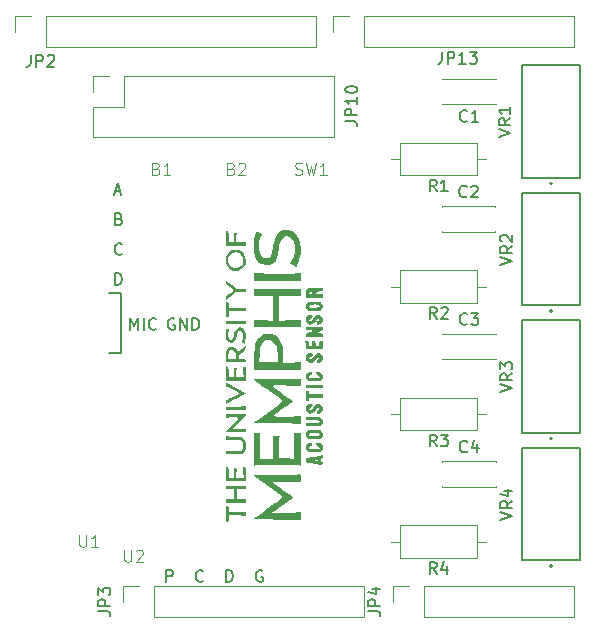
<source format=gbr>
%TF.GenerationSoftware,KiCad,Pcbnew,(7.0.0)*%
%TF.CreationDate,2023-09-07T10:01:15-05:00*%
%TF.ProjectId,AcousticSensor,41636f75-7374-4696-9353-656e736f722e,rev?*%
%TF.SameCoordinates,Original*%
%TF.FileFunction,Legend,Top*%
%TF.FilePolarity,Positive*%
%FSLAX46Y46*%
G04 Gerber Fmt 4.6, Leading zero omitted, Abs format (unit mm)*
G04 Created by KiCad (PCBNEW (7.0.0)) date 2023-09-07 10:01:15*
%MOMM*%
%LPD*%
G01*
G04 APERTURE LIST*
%ADD10C,0.150000*%
%ADD11C,0.100000*%
%ADD12C,0.120000*%
%ADD13C,0.127000*%
%ADD14C,0.200000*%
G04 APERTURE END LIST*
D10*
X133397523Y-95699142D02*
X133349904Y-95746761D01*
X133349904Y-95746761D02*
X133207047Y-95794380D01*
X133207047Y-95794380D02*
X133111809Y-95794380D01*
X133111809Y-95794380D02*
X132968952Y-95746761D01*
X132968952Y-95746761D02*
X132873714Y-95651523D01*
X132873714Y-95651523D02*
X132826095Y-95556285D01*
X132826095Y-95556285D02*
X132778476Y-95365809D01*
X132778476Y-95365809D02*
X132778476Y-95222952D01*
X132778476Y-95222952D02*
X132826095Y-95032476D01*
X132826095Y-95032476D02*
X132873714Y-94937238D01*
X132873714Y-94937238D02*
X132968952Y-94842000D01*
X132968952Y-94842000D02*
X133111809Y-94794380D01*
X133111809Y-94794380D02*
X133207047Y-94794380D01*
X133207047Y-94794380D02*
X133349904Y-94842000D01*
X133349904Y-94842000D02*
X133397523Y-94889619D01*
X135366095Y-95794380D02*
X135366095Y-94794380D01*
X135366095Y-94794380D02*
X135604190Y-94794380D01*
X135604190Y-94794380D02*
X135747047Y-94842000D01*
X135747047Y-94842000D02*
X135842285Y-94937238D01*
X135842285Y-94937238D02*
X135889904Y-95032476D01*
X135889904Y-95032476D02*
X135937523Y-95222952D01*
X135937523Y-95222952D02*
X135937523Y-95365809D01*
X135937523Y-95365809D02*
X135889904Y-95556285D01*
X135889904Y-95556285D02*
X135842285Y-95651523D01*
X135842285Y-95651523D02*
X135747047Y-95746761D01*
X135747047Y-95746761D02*
X135604190Y-95794380D01*
X135604190Y-95794380D02*
X135366095Y-95794380D01*
X130286095Y-95794380D02*
X130286095Y-94794380D01*
X130286095Y-94794380D02*
X130667047Y-94794380D01*
X130667047Y-94794380D02*
X130762285Y-94842000D01*
X130762285Y-94842000D02*
X130809904Y-94889619D01*
X130809904Y-94889619D02*
X130857523Y-94984857D01*
X130857523Y-94984857D02*
X130857523Y-95127714D01*
X130857523Y-95127714D02*
X130809904Y-95222952D01*
X130809904Y-95222952D02*
X130762285Y-95270571D01*
X130762285Y-95270571D02*
X130667047Y-95318190D01*
X130667047Y-95318190D02*
X130286095Y-95318190D01*
X138429904Y-94842000D02*
X138334666Y-94794380D01*
X138334666Y-94794380D02*
X138191809Y-94794380D01*
X138191809Y-94794380D02*
X138048952Y-94842000D01*
X138048952Y-94842000D02*
X137953714Y-94937238D01*
X137953714Y-94937238D02*
X137906095Y-95032476D01*
X137906095Y-95032476D02*
X137858476Y-95222952D01*
X137858476Y-95222952D02*
X137858476Y-95365809D01*
X137858476Y-95365809D02*
X137906095Y-95556285D01*
X137906095Y-95556285D02*
X137953714Y-95651523D01*
X137953714Y-95651523D02*
X138048952Y-95746761D01*
X138048952Y-95746761D02*
X138191809Y-95794380D01*
X138191809Y-95794380D02*
X138287047Y-95794380D01*
X138287047Y-95794380D02*
X138429904Y-95746761D01*
X138429904Y-95746761D02*
X138477523Y-95699142D01*
X138477523Y-95699142D02*
X138477523Y-95365809D01*
X138477523Y-95365809D02*
X138287047Y-95365809D01*
X125968095Y-70648380D02*
X125968095Y-69648380D01*
X125968095Y-69648380D02*
X126206190Y-69648380D01*
X126206190Y-69648380D02*
X126349047Y-69696000D01*
X126349047Y-69696000D02*
X126444285Y-69791238D01*
X126444285Y-69791238D02*
X126491904Y-69886476D01*
X126491904Y-69886476D02*
X126539523Y-70076952D01*
X126539523Y-70076952D02*
X126539523Y-70219809D01*
X126539523Y-70219809D02*
X126491904Y-70410285D01*
X126491904Y-70410285D02*
X126444285Y-70505523D01*
X126444285Y-70505523D02*
X126349047Y-70600761D01*
X126349047Y-70600761D02*
X126206190Y-70648380D01*
X126206190Y-70648380D02*
X125968095Y-70648380D01*
X126539523Y-68013142D02*
X126491904Y-68060761D01*
X126491904Y-68060761D02*
X126349047Y-68108380D01*
X126349047Y-68108380D02*
X126253809Y-68108380D01*
X126253809Y-68108380D02*
X126110952Y-68060761D01*
X126110952Y-68060761D02*
X126015714Y-67965523D01*
X126015714Y-67965523D02*
X125968095Y-67870285D01*
X125968095Y-67870285D02*
X125920476Y-67679809D01*
X125920476Y-67679809D02*
X125920476Y-67536952D01*
X125920476Y-67536952D02*
X125968095Y-67346476D01*
X125968095Y-67346476D02*
X126015714Y-67251238D01*
X126015714Y-67251238D02*
X126110952Y-67156000D01*
X126110952Y-67156000D02*
X126253809Y-67108380D01*
X126253809Y-67108380D02*
X126349047Y-67108380D01*
X126349047Y-67108380D02*
X126491904Y-67156000D01*
X126491904Y-67156000D02*
X126539523Y-67203619D01*
X126301428Y-65044571D02*
X126444285Y-65092190D01*
X126444285Y-65092190D02*
X126491904Y-65139809D01*
X126491904Y-65139809D02*
X126539523Y-65235047D01*
X126539523Y-65235047D02*
X126539523Y-65377904D01*
X126539523Y-65377904D02*
X126491904Y-65473142D01*
X126491904Y-65473142D02*
X126444285Y-65520761D01*
X126444285Y-65520761D02*
X126349047Y-65568380D01*
X126349047Y-65568380D02*
X125968095Y-65568380D01*
X125968095Y-65568380D02*
X125968095Y-64568380D01*
X125968095Y-64568380D02*
X126301428Y-64568380D01*
X126301428Y-64568380D02*
X126396666Y-64616000D01*
X126396666Y-64616000D02*
X126444285Y-64663619D01*
X126444285Y-64663619D02*
X126491904Y-64758857D01*
X126491904Y-64758857D02*
X126491904Y-64854095D01*
X126491904Y-64854095D02*
X126444285Y-64949333D01*
X126444285Y-64949333D02*
X126396666Y-64996952D01*
X126396666Y-64996952D02*
X126301428Y-65044571D01*
X126301428Y-65044571D02*
X125968095Y-65044571D01*
X125920476Y-62742666D02*
X126396666Y-62742666D01*
X125825238Y-63028380D02*
X126158571Y-62028380D01*
X126158571Y-62028380D02*
X126491904Y-63028380D01*
X127238095Y-74458380D02*
X127238095Y-73458380D01*
X127238095Y-73458380D02*
X127571428Y-74172666D01*
X127571428Y-74172666D02*
X127904761Y-73458380D01*
X127904761Y-73458380D02*
X127904761Y-74458380D01*
X128380952Y-74458380D02*
X128380952Y-73458380D01*
X129428570Y-74363142D02*
X129380951Y-74410761D01*
X129380951Y-74410761D02*
X129238094Y-74458380D01*
X129238094Y-74458380D02*
X129142856Y-74458380D01*
X129142856Y-74458380D02*
X128999999Y-74410761D01*
X128999999Y-74410761D02*
X128904761Y-74315523D01*
X128904761Y-74315523D02*
X128857142Y-74220285D01*
X128857142Y-74220285D02*
X128809523Y-74029809D01*
X128809523Y-74029809D02*
X128809523Y-73886952D01*
X128809523Y-73886952D02*
X128857142Y-73696476D01*
X128857142Y-73696476D02*
X128904761Y-73601238D01*
X128904761Y-73601238D02*
X128999999Y-73506000D01*
X128999999Y-73506000D02*
X129142856Y-73458380D01*
X129142856Y-73458380D02*
X129238094Y-73458380D01*
X129238094Y-73458380D02*
X129380951Y-73506000D01*
X129380951Y-73506000D02*
X129428570Y-73553619D01*
X130980951Y-73506000D02*
X130885713Y-73458380D01*
X130885713Y-73458380D02*
X130742856Y-73458380D01*
X130742856Y-73458380D02*
X130599999Y-73506000D01*
X130599999Y-73506000D02*
X130504761Y-73601238D01*
X130504761Y-73601238D02*
X130457142Y-73696476D01*
X130457142Y-73696476D02*
X130409523Y-73886952D01*
X130409523Y-73886952D02*
X130409523Y-74029809D01*
X130409523Y-74029809D02*
X130457142Y-74220285D01*
X130457142Y-74220285D02*
X130504761Y-74315523D01*
X130504761Y-74315523D02*
X130599999Y-74410761D01*
X130599999Y-74410761D02*
X130742856Y-74458380D01*
X130742856Y-74458380D02*
X130838094Y-74458380D01*
X130838094Y-74458380D02*
X130980951Y-74410761D01*
X130980951Y-74410761D02*
X131028570Y-74363142D01*
X131028570Y-74363142D02*
X131028570Y-74029809D01*
X131028570Y-74029809D02*
X130838094Y-74029809D01*
X131457142Y-74458380D02*
X131457142Y-73458380D01*
X131457142Y-73458380D02*
X132028570Y-74458380D01*
X132028570Y-74458380D02*
X132028570Y-73458380D01*
X132504761Y-74458380D02*
X132504761Y-73458380D01*
X132504761Y-73458380D02*
X132742856Y-73458380D01*
X132742856Y-73458380D02*
X132885713Y-73506000D01*
X132885713Y-73506000D02*
X132980951Y-73601238D01*
X132980951Y-73601238D02*
X133028570Y-73696476D01*
X133028570Y-73696476D02*
X133076189Y-73886952D01*
X133076189Y-73886952D02*
X133076189Y-74029809D01*
X133076189Y-74029809D02*
X133028570Y-74220285D01*
X133028570Y-74220285D02*
X132980951Y-74315523D01*
X132980951Y-74315523D02*
X132885713Y-74410761D01*
X132885713Y-74410761D02*
X132742856Y-74458380D01*
X132742856Y-74458380D02*
X132504761Y-74458380D01*
X126492000Y-76454000D02*
X125476000Y-76454000D01*
X126492000Y-71374000D02*
X126492000Y-76454000D01*
X125476000Y-71374000D02*
X126492000Y-71374000D01*
%TO.C,JP3*%
X124537380Y-98293333D02*
X125251666Y-98293333D01*
X125251666Y-98293333D02*
X125394523Y-98340952D01*
X125394523Y-98340952D02*
X125489761Y-98436190D01*
X125489761Y-98436190D02*
X125537380Y-98579047D01*
X125537380Y-98579047D02*
X125537380Y-98674285D01*
X125537380Y-97817142D02*
X124537380Y-97817142D01*
X124537380Y-97817142D02*
X124537380Y-97436190D01*
X124537380Y-97436190D02*
X124585000Y-97340952D01*
X124585000Y-97340952D02*
X124632619Y-97293333D01*
X124632619Y-97293333D02*
X124727857Y-97245714D01*
X124727857Y-97245714D02*
X124870714Y-97245714D01*
X124870714Y-97245714D02*
X124965952Y-97293333D01*
X124965952Y-97293333D02*
X125013571Y-97340952D01*
X125013571Y-97340952D02*
X125061190Y-97436190D01*
X125061190Y-97436190D02*
X125061190Y-97817142D01*
X124537380Y-96912380D02*
X124537380Y-96293333D01*
X124537380Y-96293333D02*
X124918333Y-96626666D01*
X124918333Y-96626666D02*
X124918333Y-96483809D01*
X124918333Y-96483809D02*
X124965952Y-96388571D01*
X124965952Y-96388571D02*
X125013571Y-96340952D01*
X125013571Y-96340952D02*
X125108809Y-96293333D01*
X125108809Y-96293333D02*
X125346904Y-96293333D01*
X125346904Y-96293333D02*
X125442142Y-96340952D01*
X125442142Y-96340952D02*
X125489761Y-96388571D01*
X125489761Y-96388571D02*
X125537380Y-96483809D01*
X125537380Y-96483809D02*
X125537380Y-96769523D01*
X125537380Y-96769523D02*
X125489761Y-96864761D01*
X125489761Y-96864761D02*
X125442142Y-96912380D01*
%TO.C,JP4*%
X147397380Y-98293333D02*
X148111666Y-98293333D01*
X148111666Y-98293333D02*
X148254523Y-98340952D01*
X148254523Y-98340952D02*
X148349761Y-98436190D01*
X148349761Y-98436190D02*
X148397380Y-98579047D01*
X148397380Y-98579047D02*
X148397380Y-98674285D01*
X148397380Y-97817142D02*
X147397380Y-97817142D01*
X147397380Y-97817142D02*
X147397380Y-97436190D01*
X147397380Y-97436190D02*
X147445000Y-97340952D01*
X147445000Y-97340952D02*
X147492619Y-97293333D01*
X147492619Y-97293333D02*
X147587857Y-97245714D01*
X147587857Y-97245714D02*
X147730714Y-97245714D01*
X147730714Y-97245714D02*
X147825952Y-97293333D01*
X147825952Y-97293333D02*
X147873571Y-97340952D01*
X147873571Y-97340952D02*
X147921190Y-97436190D01*
X147921190Y-97436190D02*
X147921190Y-97817142D01*
X147730714Y-96388571D02*
X148397380Y-96388571D01*
X147349761Y-96626666D02*
X148064047Y-96864761D01*
X148064047Y-96864761D02*
X148064047Y-96245714D01*
%TO.C,JP2*%
X118800666Y-51183380D02*
X118800666Y-51897666D01*
X118800666Y-51897666D02*
X118753047Y-52040523D01*
X118753047Y-52040523D02*
X118657809Y-52135761D01*
X118657809Y-52135761D02*
X118514952Y-52183380D01*
X118514952Y-52183380D02*
X118419714Y-52183380D01*
X119276857Y-52183380D02*
X119276857Y-51183380D01*
X119276857Y-51183380D02*
X119657809Y-51183380D01*
X119657809Y-51183380D02*
X119753047Y-51231000D01*
X119753047Y-51231000D02*
X119800666Y-51278619D01*
X119800666Y-51278619D02*
X119848285Y-51373857D01*
X119848285Y-51373857D02*
X119848285Y-51516714D01*
X119848285Y-51516714D02*
X119800666Y-51611952D01*
X119800666Y-51611952D02*
X119753047Y-51659571D01*
X119753047Y-51659571D02*
X119657809Y-51707190D01*
X119657809Y-51707190D02*
X119276857Y-51707190D01*
X120229238Y-51278619D02*
X120276857Y-51231000D01*
X120276857Y-51231000D02*
X120372095Y-51183380D01*
X120372095Y-51183380D02*
X120610190Y-51183380D01*
X120610190Y-51183380D02*
X120705428Y-51231000D01*
X120705428Y-51231000D02*
X120753047Y-51278619D01*
X120753047Y-51278619D02*
X120800666Y-51373857D01*
X120800666Y-51373857D02*
X120800666Y-51469095D01*
X120800666Y-51469095D02*
X120753047Y-51611952D01*
X120753047Y-51611952D02*
X120181619Y-52183380D01*
X120181619Y-52183380D02*
X120800666Y-52183380D01*
%TO.C,JP13*%
X153630476Y-50929380D02*
X153630476Y-51643666D01*
X153630476Y-51643666D02*
X153582857Y-51786523D01*
X153582857Y-51786523D02*
X153487619Y-51881761D01*
X153487619Y-51881761D02*
X153344762Y-51929380D01*
X153344762Y-51929380D02*
X153249524Y-51929380D01*
X154106667Y-51929380D02*
X154106667Y-50929380D01*
X154106667Y-50929380D02*
X154487619Y-50929380D01*
X154487619Y-50929380D02*
X154582857Y-50977000D01*
X154582857Y-50977000D02*
X154630476Y-51024619D01*
X154630476Y-51024619D02*
X154678095Y-51119857D01*
X154678095Y-51119857D02*
X154678095Y-51262714D01*
X154678095Y-51262714D02*
X154630476Y-51357952D01*
X154630476Y-51357952D02*
X154582857Y-51405571D01*
X154582857Y-51405571D02*
X154487619Y-51453190D01*
X154487619Y-51453190D02*
X154106667Y-51453190D01*
X155630476Y-51929380D02*
X155059048Y-51929380D01*
X155344762Y-51929380D02*
X155344762Y-50929380D01*
X155344762Y-50929380D02*
X155249524Y-51072238D01*
X155249524Y-51072238D02*
X155154286Y-51167476D01*
X155154286Y-51167476D02*
X155059048Y-51215095D01*
X155963810Y-50929380D02*
X156582857Y-50929380D01*
X156582857Y-50929380D02*
X156249524Y-51310333D01*
X156249524Y-51310333D02*
X156392381Y-51310333D01*
X156392381Y-51310333D02*
X156487619Y-51357952D01*
X156487619Y-51357952D02*
X156535238Y-51405571D01*
X156535238Y-51405571D02*
X156582857Y-51500809D01*
X156582857Y-51500809D02*
X156582857Y-51738904D01*
X156582857Y-51738904D02*
X156535238Y-51834142D01*
X156535238Y-51834142D02*
X156487619Y-51881761D01*
X156487619Y-51881761D02*
X156392381Y-51929380D01*
X156392381Y-51929380D02*
X156106667Y-51929380D01*
X156106667Y-51929380D02*
X156011429Y-51881761D01*
X156011429Y-51881761D02*
X155963810Y-51834142D01*
D11*
%TO.C,U2*%
X126746095Y-93093380D02*
X126746095Y-93902904D01*
X126746095Y-93902904D02*
X126793714Y-93998142D01*
X126793714Y-93998142D02*
X126841333Y-94045761D01*
X126841333Y-94045761D02*
X126936571Y-94093380D01*
X126936571Y-94093380D02*
X127127047Y-94093380D01*
X127127047Y-94093380D02*
X127222285Y-94045761D01*
X127222285Y-94045761D02*
X127269904Y-93998142D01*
X127269904Y-93998142D02*
X127317523Y-93902904D01*
X127317523Y-93902904D02*
X127317523Y-93093380D01*
X127746095Y-93188619D02*
X127793714Y-93141000D01*
X127793714Y-93141000D02*
X127888952Y-93093380D01*
X127888952Y-93093380D02*
X128127047Y-93093380D01*
X128127047Y-93093380D02*
X128222285Y-93141000D01*
X128222285Y-93141000D02*
X128269904Y-93188619D01*
X128269904Y-93188619D02*
X128317523Y-93283857D01*
X128317523Y-93283857D02*
X128317523Y-93379095D01*
X128317523Y-93379095D02*
X128269904Y-93521952D01*
X128269904Y-93521952D02*
X127698476Y-94093380D01*
X127698476Y-94093380D02*
X128317523Y-94093380D01*
%TO.C,U1*%
X122936095Y-91823380D02*
X122936095Y-92632904D01*
X122936095Y-92632904D02*
X122983714Y-92728142D01*
X122983714Y-92728142D02*
X123031333Y-92775761D01*
X123031333Y-92775761D02*
X123126571Y-92823380D01*
X123126571Y-92823380D02*
X123317047Y-92823380D01*
X123317047Y-92823380D02*
X123412285Y-92775761D01*
X123412285Y-92775761D02*
X123459904Y-92728142D01*
X123459904Y-92728142D02*
X123507523Y-92632904D01*
X123507523Y-92632904D02*
X123507523Y-91823380D01*
X124507523Y-92823380D02*
X123936095Y-92823380D01*
X124221809Y-92823380D02*
X124221809Y-91823380D01*
X124221809Y-91823380D02*
X124126571Y-91966238D01*
X124126571Y-91966238D02*
X124031333Y-92061476D01*
X124031333Y-92061476D02*
X123936095Y-92109095D01*
D10*
%TO.C,VR4*%
X158579092Y-90520132D02*
X159583375Y-90185371D01*
X159583375Y-90185371D02*
X158579092Y-89850610D01*
X159583375Y-88941973D02*
X159105145Y-89276734D01*
X159583375Y-89515849D02*
X158579092Y-89515849D01*
X158579092Y-89515849D02*
X158579092Y-89133265D01*
X158579092Y-89133265D02*
X158626915Y-89037619D01*
X158626915Y-89037619D02*
X158674738Y-88989796D01*
X158674738Y-88989796D02*
X158770384Y-88941973D01*
X158770384Y-88941973D02*
X158913853Y-88941973D01*
X158913853Y-88941973D02*
X159009499Y-88989796D01*
X159009499Y-88989796D02*
X159057322Y-89037619D01*
X159057322Y-89037619D02*
X159105145Y-89133265D01*
X159105145Y-89133265D02*
X159105145Y-89515849D01*
X158913853Y-88081159D02*
X159583375Y-88081159D01*
X158531269Y-88320274D02*
X159248614Y-88559389D01*
X159248614Y-88559389D02*
X159248614Y-87937690D01*
%TO.C,VR3*%
X158579092Y-79725132D02*
X159583375Y-79390371D01*
X159583375Y-79390371D02*
X158579092Y-79055610D01*
X159583375Y-78146973D02*
X159105145Y-78481734D01*
X159583375Y-78720849D02*
X158579092Y-78720849D01*
X158579092Y-78720849D02*
X158579092Y-78338265D01*
X158579092Y-78338265D02*
X158626915Y-78242619D01*
X158626915Y-78242619D02*
X158674738Y-78194796D01*
X158674738Y-78194796D02*
X158770384Y-78146973D01*
X158770384Y-78146973D02*
X158913853Y-78146973D01*
X158913853Y-78146973D02*
X159009499Y-78194796D01*
X159009499Y-78194796D02*
X159057322Y-78242619D01*
X159057322Y-78242619D02*
X159105145Y-78338265D01*
X159105145Y-78338265D02*
X159105145Y-78720849D01*
X158579092Y-77812212D02*
X158579092Y-77190513D01*
X158579092Y-77190513D02*
X158961676Y-77525274D01*
X158961676Y-77525274D02*
X158961676Y-77381805D01*
X158961676Y-77381805D02*
X159009499Y-77286159D01*
X159009499Y-77286159D02*
X159057322Y-77238336D01*
X159057322Y-77238336D02*
X159152968Y-77190513D01*
X159152968Y-77190513D02*
X159392083Y-77190513D01*
X159392083Y-77190513D02*
X159487729Y-77238336D01*
X159487729Y-77238336D02*
X159535552Y-77286159D01*
X159535552Y-77286159D02*
X159583375Y-77381805D01*
X159583375Y-77381805D02*
X159583375Y-77668743D01*
X159583375Y-77668743D02*
X159535552Y-77764389D01*
X159535552Y-77764389D02*
X159487729Y-77812212D01*
%TO.C,VR2*%
X158579092Y-68930132D02*
X159583375Y-68595371D01*
X159583375Y-68595371D02*
X158579092Y-68260610D01*
X159583375Y-67351973D02*
X159105145Y-67686734D01*
X159583375Y-67925849D02*
X158579092Y-67925849D01*
X158579092Y-67925849D02*
X158579092Y-67543265D01*
X158579092Y-67543265D02*
X158626915Y-67447619D01*
X158626915Y-67447619D02*
X158674738Y-67399796D01*
X158674738Y-67399796D02*
X158770384Y-67351973D01*
X158770384Y-67351973D02*
X158913853Y-67351973D01*
X158913853Y-67351973D02*
X159009499Y-67399796D01*
X159009499Y-67399796D02*
X159057322Y-67447619D01*
X159057322Y-67447619D02*
X159105145Y-67543265D01*
X159105145Y-67543265D02*
X159105145Y-67925849D01*
X158674738Y-66969389D02*
X158626915Y-66921566D01*
X158626915Y-66921566D02*
X158579092Y-66825920D01*
X158579092Y-66825920D02*
X158579092Y-66586805D01*
X158579092Y-66586805D02*
X158626915Y-66491159D01*
X158626915Y-66491159D02*
X158674738Y-66443336D01*
X158674738Y-66443336D02*
X158770384Y-66395513D01*
X158770384Y-66395513D02*
X158866030Y-66395513D01*
X158866030Y-66395513D02*
X159009499Y-66443336D01*
X159009499Y-66443336D02*
X159583375Y-67017212D01*
X159583375Y-67017212D02*
X159583375Y-66395513D01*
%TO.C,VR1*%
X158419672Y-58135132D02*
X159423955Y-57800371D01*
X159423955Y-57800371D02*
X158419672Y-57465610D01*
X159423955Y-56556973D02*
X158945725Y-56891734D01*
X159423955Y-57130849D02*
X158419672Y-57130849D01*
X158419672Y-57130849D02*
X158419672Y-56748265D01*
X158419672Y-56748265D02*
X158467495Y-56652619D01*
X158467495Y-56652619D02*
X158515318Y-56604796D01*
X158515318Y-56604796D02*
X158610964Y-56556973D01*
X158610964Y-56556973D02*
X158754433Y-56556973D01*
X158754433Y-56556973D02*
X158850079Y-56604796D01*
X158850079Y-56604796D02*
X158897902Y-56652619D01*
X158897902Y-56652619D02*
X158945725Y-56748265D01*
X158945725Y-56748265D02*
X158945725Y-57130849D01*
X159423955Y-55600513D02*
X159423955Y-56174389D01*
X159423955Y-55887451D02*
X158419672Y-55887451D01*
X158419672Y-55887451D02*
X158563141Y-55983097D01*
X158563141Y-55983097D02*
X158658787Y-56078743D01*
X158658787Y-56078743D02*
X158706610Y-56174389D01*
D11*
%TO.C,SW1*%
X141211667Y-61279761D02*
X141354524Y-61327380D01*
X141354524Y-61327380D02*
X141592619Y-61327380D01*
X141592619Y-61327380D02*
X141687857Y-61279761D01*
X141687857Y-61279761D02*
X141735476Y-61232142D01*
X141735476Y-61232142D02*
X141783095Y-61136904D01*
X141783095Y-61136904D02*
X141783095Y-61041666D01*
X141783095Y-61041666D02*
X141735476Y-60946428D01*
X141735476Y-60946428D02*
X141687857Y-60898809D01*
X141687857Y-60898809D02*
X141592619Y-60851190D01*
X141592619Y-60851190D02*
X141402143Y-60803571D01*
X141402143Y-60803571D02*
X141306905Y-60755952D01*
X141306905Y-60755952D02*
X141259286Y-60708333D01*
X141259286Y-60708333D02*
X141211667Y-60613095D01*
X141211667Y-60613095D02*
X141211667Y-60517857D01*
X141211667Y-60517857D02*
X141259286Y-60422619D01*
X141259286Y-60422619D02*
X141306905Y-60375000D01*
X141306905Y-60375000D02*
X141402143Y-60327380D01*
X141402143Y-60327380D02*
X141640238Y-60327380D01*
X141640238Y-60327380D02*
X141783095Y-60375000D01*
X142116429Y-60327380D02*
X142354524Y-61327380D01*
X142354524Y-61327380D02*
X142545000Y-60613095D01*
X142545000Y-60613095D02*
X142735476Y-61327380D01*
X142735476Y-61327380D02*
X142973572Y-60327380D01*
X143878333Y-61327380D02*
X143306905Y-61327380D01*
X143592619Y-61327380D02*
X143592619Y-60327380D01*
X143592619Y-60327380D02*
X143497381Y-60470238D01*
X143497381Y-60470238D02*
X143402143Y-60565476D01*
X143402143Y-60565476D02*
X143306905Y-60613095D01*
D10*
%TO.C,R4*%
X153173333Y-95117380D02*
X152840000Y-94641190D01*
X152601905Y-95117380D02*
X152601905Y-94117380D01*
X152601905Y-94117380D02*
X152982857Y-94117380D01*
X152982857Y-94117380D02*
X153078095Y-94165000D01*
X153078095Y-94165000D02*
X153125714Y-94212619D01*
X153125714Y-94212619D02*
X153173333Y-94307857D01*
X153173333Y-94307857D02*
X153173333Y-94450714D01*
X153173333Y-94450714D02*
X153125714Y-94545952D01*
X153125714Y-94545952D02*
X153078095Y-94593571D01*
X153078095Y-94593571D02*
X152982857Y-94641190D01*
X152982857Y-94641190D02*
X152601905Y-94641190D01*
X154030476Y-94450714D02*
X154030476Y-95117380D01*
X153792381Y-94069761D02*
X153554286Y-94784047D01*
X153554286Y-94784047D02*
X154173333Y-94784047D01*
%TO.C,R3*%
X153173333Y-84322380D02*
X152840000Y-83846190D01*
X152601905Y-84322380D02*
X152601905Y-83322380D01*
X152601905Y-83322380D02*
X152982857Y-83322380D01*
X152982857Y-83322380D02*
X153078095Y-83370000D01*
X153078095Y-83370000D02*
X153125714Y-83417619D01*
X153125714Y-83417619D02*
X153173333Y-83512857D01*
X153173333Y-83512857D02*
X153173333Y-83655714D01*
X153173333Y-83655714D02*
X153125714Y-83750952D01*
X153125714Y-83750952D02*
X153078095Y-83798571D01*
X153078095Y-83798571D02*
X152982857Y-83846190D01*
X152982857Y-83846190D02*
X152601905Y-83846190D01*
X153506667Y-83322380D02*
X154125714Y-83322380D01*
X154125714Y-83322380D02*
X153792381Y-83703333D01*
X153792381Y-83703333D02*
X153935238Y-83703333D01*
X153935238Y-83703333D02*
X154030476Y-83750952D01*
X154030476Y-83750952D02*
X154078095Y-83798571D01*
X154078095Y-83798571D02*
X154125714Y-83893809D01*
X154125714Y-83893809D02*
X154125714Y-84131904D01*
X154125714Y-84131904D02*
X154078095Y-84227142D01*
X154078095Y-84227142D02*
X154030476Y-84274761D01*
X154030476Y-84274761D02*
X153935238Y-84322380D01*
X153935238Y-84322380D02*
X153649524Y-84322380D01*
X153649524Y-84322380D02*
X153554286Y-84274761D01*
X153554286Y-84274761D02*
X153506667Y-84227142D01*
%TO.C,R2*%
X153173333Y-73527380D02*
X152840000Y-73051190D01*
X152601905Y-73527380D02*
X152601905Y-72527380D01*
X152601905Y-72527380D02*
X152982857Y-72527380D01*
X152982857Y-72527380D02*
X153078095Y-72575000D01*
X153078095Y-72575000D02*
X153125714Y-72622619D01*
X153125714Y-72622619D02*
X153173333Y-72717857D01*
X153173333Y-72717857D02*
X153173333Y-72860714D01*
X153173333Y-72860714D02*
X153125714Y-72955952D01*
X153125714Y-72955952D02*
X153078095Y-73003571D01*
X153078095Y-73003571D02*
X152982857Y-73051190D01*
X152982857Y-73051190D02*
X152601905Y-73051190D01*
X153554286Y-72622619D02*
X153601905Y-72575000D01*
X153601905Y-72575000D02*
X153697143Y-72527380D01*
X153697143Y-72527380D02*
X153935238Y-72527380D01*
X153935238Y-72527380D02*
X154030476Y-72575000D01*
X154030476Y-72575000D02*
X154078095Y-72622619D01*
X154078095Y-72622619D02*
X154125714Y-72717857D01*
X154125714Y-72717857D02*
X154125714Y-72813095D01*
X154125714Y-72813095D02*
X154078095Y-72955952D01*
X154078095Y-72955952D02*
X153506667Y-73527380D01*
X153506667Y-73527380D02*
X154125714Y-73527380D01*
%TO.C,R1*%
X153173333Y-62732380D02*
X152840000Y-62256190D01*
X152601905Y-62732380D02*
X152601905Y-61732380D01*
X152601905Y-61732380D02*
X152982857Y-61732380D01*
X152982857Y-61732380D02*
X153078095Y-61780000D01*
X153078095Y-61780000D02*
X153125714Y-61827619D01*
X153125714Y-61827619D02*
X153173333Y-61922857D01*
X153173333Y-61922857D02*
X153173333Y-62065714D01*
X153173333Y-62065714D02*
X153125714Y-62160952D01*
X153125714Y-62160952D02*
X153078095Y-62208571D01*
X153078095Y-62208571D02*
X152982857Y-62256190D01*
X152982857Y-62256190D02*
X152601905Y-62256190D01*
X154125714Y-62732380D02*
X153554286Y-62732380D01*
X153840000Y-62732380D02*
X153840000Y-61732380D01*
X153840000Y-61732380D02*
X153744762Y-61875238D01*
X153744762Y-61875238D02*
X153649524Y-61970476D01*
X153649524Y-61970476D02*
X153554286Y-62018095D01*
%TO.C,JP10*%
X145442980Y-56783323D02*
X146157266Y-56783323D01*
X146157266Y-56783323D02*
X146300123Y-56830942D01*
X146300123Y-56830942D02*
X146395361Y-56926180D01*
X146395361Y-56926180D02*
X146442980Y-57069037D01*
X146442980Y-57069037D02*
X146442980Y-57164275D01*
X146442980Y-56307132D02*
X145442980Y-56307132D01*
X145442980Y-56307132D02*
X145442980Y-55926180D01*
X145442980Y-55926180D02*
X145490600Y-55830942D01*
X145490600Y-55830942D02*
X145538219Y-55783323D01*
X145538219Y-55783323D02*
X145633457Y-55735704D01*
X145633457Y-55735704D02*
X145776314Y-55735704D01*
X145776314Y-55735704D02*
X145871552Y-55783323D01*
X145871552Y-55783323D02*
X145919171Y-55830942D01*
X145919171Y-55830942D02*
X145966790Y-55926180D01*
X145966790Y-55926180D02*
X145966790Y-56307132D01*
X146442980Y-54783323D02*
X146442980Y-55354751D01*
X146442980Y-55069037D02*
X145442980Y-55069037D01*
X145442980Y-55069037D02*
X145585838Y-55164275D01*
X145585838Y-55164275D02*
X145681076Y-55259513D01*
X145681076Y-55259513D02*
X145728695Y-55354751D01*
X145442980Y-54164275D02*
X145442980Y-54069037D01*
X145442980Y-54069037D02*
X145490600Y-53973799D01*
X145490600Y-53973799D02*
X145538219Y-53926180D01*
X145538219Y-53926180D02*
X145633457Y-53878561D01*
X145633457Y-53878561D02*
X145823933Y-53830942D01*
X145823933Y-53830942D02*
X146062028Y-53830942D01*
X146062028Y-53830942D02*
X146252504Y-53878561D01*
X146252504Y-53878561D02*
X146347742Y-53926180D01*
X146347742Y-53926180D02*
X146395361Y-53973799D01*
X146395361Y-53973799D02*
X146442980Y-54069037D01*
X146442980Y-54069037D02*
X146442980Y-54164275D01*
X146442980Y-54164275D02*
X146395361Y-54259513D01*
X146395361Y-54259513D02*
X146347742Y-54307132D01*
X146347742Y-54307132D02*
X146252504Y-54354751D01*
X146252504Y-54354751D02*
X146062028Y-54402370D01*
X146062028Y-54402370D02*
X145823933Y-54402370D01*
X145823933Y-54402370D02*
X145633457Y-54354751D01*
X145633457Y-54354751D02*
X145538219Y-54307132D01*
X145538219Y-54307132D02*
X145490600Y-54259513D01*
X145490600Y-54259513D02*
X145442980Y-54164275D01*
%TO.C,C4*%
X155753333Y-84737142D02*
X155705714Y-84784761D01*
X155705714Y-84784761D02*
X155562857Y-84832380D01*
X155562857Y-84832380D02*
X155467619Y-84832380D01*
X155467619Y-84832380D02*
X155324762Y-84784761D01*
X155324762Y-84784761D02*
X155229524Y-84689523D01*
X155229524Y-84689523D02*
X155181905Y-84594285D01*
X155181905Y-84594285D02*
X155134286Y-84403809D01*
X155134286Y-84403809D02*
X155134286Y-84260952D01*
X155134286Y-84260952D02*
X155181905Y-84070476D01*
X155181905Y-84070476D02*
X155229524Y-83975238D01*
X155229524Y-83975238D02*
X155324762Y-83880000D01*
X155324762Y-83880000D02*
X155467619Y-83832380D01*
X155467619Y-83832380D02*
X155562857Y-83832380D01*
X155562857Y-83832380D02*
X155705714Y-83880000D01*
X155705714Y-83880000D02*
X155753333Y-83927619D01*
X156610476Y-84165714D02*
X156610476Y-84832380D01*
X156372381Y-83784761D02*
X156134286Y-84499047D01*
X156134286Y-84499047D02*
X156753333Y-84499047D01*
%TO.C,C3*%
X155753333Y-73942142D02*
X155705714Y-73989761D01*
X155705714Y-73989761D02*
X155562857Y-74037380D01*
X155562857Y-74037380D02*
X155467619Y-74037380D01*
X155467619Y-74037380D02*
X155324762Y-73989761D01*
X155324762Y-73989761D02*
X155229524Y-73894523D01*
X155229524Y-73894523D02*
X155181905Y-73799285D01*
X155181905Y-73799285D02*
X155134286Y-73608809D01*
X155134286Y-73608809D02*
X155134286Y-73465952D01*
X155134286Y-73465952D02*
X155181905Y-73275476D01*
X155181905Y-73275476D02*
X155229524Y-73180238D01*
X155229524Y-73180238D02*
X155324762Y-73085000D01*
X155324762Y-73085000D02*
X155467619Y-73037380D01*
X155467619Y-73037380D02*
X155562857Y-73037380D01*
X155562857Y-73037380D02*
X155705714Y-73085000D01*
X155705714Y-73085000D02*
X155753333Y-73132619D01*
X156086667Y-73037380D02*
X156705714Y-73037380D01*
X156705714Y-73037380D02*
X156372381Y-73418333D01*
X156372381Y-73418333D02*
X156515238Y-73418333D01*
X156515238Y-73418333D02*
X156610476Y-73465952D01*
X156610476Y-73465952D02*
X156658095Y-73513571D01*
X156658095Y-73513571D02*
X156705714Y-73608809D01*
X156705714Y-73608809D02*
X156705714Y-73846904D01*
X156705714Y-73846904D02*
X156658095Y-73942142D01*
X156658095Y-73942142D02*
X156610476Y-73989761D01*
X156610476Y-73989761D02*
X156515238Y-74037380D01*
X156515238Y-74037380D02*
X156229524Y-74037380D01*
X156229524Y-74037380D02*
X156134286Y-73989761D01*
X156134286Y-73989761D02*
X156086667Y-73942142D01*
%TO.C,C2*%
X155713333Y-63147142D02*
X155665714Y-63194761D01*
X155665714Y-63194761D02*
X155522857Y-63242380D01*
X155522857Y-63242380D02*
X155427619Y-63242380D01*
X155427619Y-63242380D02*
X155284762Y-63194761D01*
X155284762Y-63194761D02*
X155189524Y-63099523D01*
X155189524Y-63099523D02*
X155141905Y-63004285D01*
X155141905Y-63004285D02*
X155094286Y-62813809D01*
X155094286Y-62813809D02*
X155094286Y-62670952D01*
X155094286Y-62670952D02*
X155141905Y-62480476D01*
X155141905Y-62480476D02*
X155189524Y-62385238D01*
X155189524Y-62385238D02*
X155284762Y-62290000D01*
X155284762Y-62290000D02*
X155427619Y-62242380D01*
X155427619Y-62242380D02*
X155522857Y-62242380D01*
X155522857Y-62242380D02*
X155665714Y-62290000D01*
X155665714Y-62290000D02*
X155713333Y-62337619D01*
X156094286Y-62337619D02*
X156141905Y-62290000D01*
X156141905Y-62290000D02*
X156237143Y-62242380D01*
X156237143Y-62242380D02*
X156475238Y-62242380D01*
X156475238Y-62242380D02*
X156570476Y-62290000D01*
X156570476Y-62290000D02*
X156618095Y-62337619D01*
X156618095Y-62337619D02*
X156665714Y-62432857D01*
X156665714Y-62432857D02*
X156665714Y-62528095D01*
X156665714Y-62528095D02*
X156618095Y-62670952D01*
X156618095Y-62670952D02*
X156046667Y-63242380D01*
X156046667Y-63242380D02*
X156665714Y-63242380D01*
%TO.C,C1*%
X155753333Y-56752142D02*
X155705714Y-56799761D01*
X155705714Y-56799761D02*
X155562857Y-56847380D01*
X155562857Y-56847380D02*
X155467619Y-56847380D01*
X155467619Y-56847380D02*
X155324762Y-56799761D01*
X155324762Y-56799761D02*
X155229524Y-56704523D01*
X155229524Y-56704523D02*
X155181905Y-56609285D01*
X155181905Y-56609285D02*
X155134286Y-56418809D01*
X155134286Y-56418809D02*
X155134286Y-56275952D01*
X155134286Y-56275952D02*
X155181905Y-56085476D01*
X155181905Y-56085476D02*
X155229524Y-55990238D01*
X155229524Y-55990238D02*
X155324762Y-55895000D01*
X155324762Y-55895000D02*
X155467619Y-55847380D01*
X155467619Y-55847380D02*
X155562857Y-55847380D01*
X155562857Y-55847380D02*
X155705714Y-55895000D01*
X155705714Y-55895000D02*
X155753333Y-55942619D01*
X156705714Y-56847380D02*
X156134286Y-56847380D01*
X156420000Y-56847380D02*
X156420000Y-55847380D01*
X156420000Y-55847380D02*
X156324762Y-55990238D01*
X156324762Y-55990238D02*
X156229524Y-56085476D01*
X156229524Y-56085476D02*
X156134286Y-56133095D01*
D11*
%TO.C,B2*%
X135790238Y-60803571D02*
X135933095Y-60851190D01*
X135933095Y-60851190D02*
X135980714Y-60898809D01*
X135980714Y-60898809D02*
X136028333Y-60994047D01*
X136028333Y-60994047D02*
X136028333Y-61136904D01*
X136028333Y-61136904D02*
X135980714Y-61232142D01*
X135980714Y-61232142D02*
X135933095Y-61279761D01*
X135933095Y-61279761D02*
X135837857Y-61327380D01*
X135837857Y-61327380D02*
X135456905Y-61327380D01*
X135456905Y-61327380D02*
X135456905Y-60327380D01*
X135456905Y-60327380D02*
X135790238Y-60327380D01*
X135790238Y-60327380D02*
X135885476Y-60375000D01*
X135885476Y-60375000D02*
X135933095Y-60422619D01*
X135933095Y-60422619D02*
X135980714Y-60517857D01*
X135980714Y-60517857D02*
X135980714Y-60613095D01*
X135980714Y-60613095D02*
X135933095Y-60708333D01*
X135933095Y-60708333D02*
X135885476Y-60755952D01*
X135885476Y-60755952D02*
X135790238Y-60803571D01*
X135790238Y-60803571D02*
X135456905Y-60803571D01*
X136409286Y-60422619D02*
X136456905Y-60375000D01*
X136456905Y-60375000D02*
X136552143Y-60327380D01*
X136552143Y-60327380D02*
X136790238Y-60327380D01*
X136790238Y-60327380D02*
X136885476Y-60375000D01*
X136885476Y-60375000D02*
X136933095Y-60422619D01*
X136933095Y-60422619D02*
X136980714Y-60517857D01*
X136980714Y-60517857D02*
X136980714Y-60613095D01*
X136980714Y-60613095D02*
X136933095Y-60755952D01*
X136933095Y-60755952D02*
X136361667Y-61327380D01*
X136361667Y-61327380D02*
X136980714Y-61327380D01*
%TO.C,B1*%
X129440238Y-60803571D02*
X129583095Y-60851190D01*
X129583095Y-60851190D02*
X129630714Y-60898809D01*
X129630714Y-60898809D02*
X129678333Y-60994047D01*
X129678333Y-60994047D02*
X129678333Y-61136904D01*
X129678333Y-61136904D02*
X129630714Y-61232142D01*
X129630714Y-61232142D02*
X129583095Y-61279761D01*
X129583095Y-61279761D02*
X129487857Y-61327380D01*
X129487857Y-61327380D02*
X129106905Y-61327380D01*
X129106905Y-61327380D02*
X129106905Y-60327380D01*
X129106905Y-60327380D02*
X129440238Y-60327380D01*
X129440238Y-60327380D02*
X129535476Y-60375000D01*
X129535476Y-60375000D02*
X129583095Y-60422619D01*
X129583095Y-60422619D02*
X129630714Y-60517857D01*
X129630714Y-60517857D02*
X129630714Y-60613095D01*
X129630714Y-60613095D02*
X129583095Y-60708333D01*
X129583095Y-60708333D02*
X129535476Y-60755952D01*
X129535476Y-60755952D02*
X129440238Y-60803571D01*
X129440238Y-60803571D02*
X129106905Y-60803571D01*
X130630714Y-61327380D02*
X130059286Y-61327380D01*
X130345000Y-61327380D02*
X130345000Y-60327380D01*
X130345000Y-60327380D02*
X130249762Y-60470238D01*
X130249762Y-60470238D02*
X130154524Y-60565476D01*
X130154524Y-60565476D02*
X130059286Y-60613095D01*
D12*
%TO.C,JP3*%
X126610000Y-96130000D02*
X127940000Y-96130000D01*
X129210000Y-98790000D02*
X129210000Y-96130000D01*
X129210000Y-96130000D02*
X147050000Y-96130000D01*
X147050000Y-98790000D02*
X147050000Y-96130000D01*
X129210000Y-98790000D02*
X147050000Y-98790000D01*
X126610000Y-97460000D02*
X126610000Y-96130000D01*
%TO.C,JP4*%
X164830000Y-98790000D02*
X164830000Y-96130000D01*
X152070000Y-98790000D02*
X164830000Y-98790000D01*
X149470000Y-96130000D02*
X150800000Y-96130000D01*
X152070000Y-96130000D02*
X164830000Y-96130000D01*
X152070000Y-98790000D02*
X152070000Y-96130000D01*
X149470000Y-97460000D02*
X149470000Y-96130000D01*
%TO.C,JP2*%
X120066000Y-50530000D02*
X142986000Y-50530000D01*
X142986000Y-50530000D02*
X142986000Y-47870000D01*
X117466000Y-49200000D02*
X117466000Y-47870000D01*
X120066000Y-47870000D02*
X142986000Y-47870000D01*
X120066000Y-50530000D02*
X120066000Y-47870000D01*
X117466000Y-47870000D02*
X118796000Y-47870000D01*
%TO.C,JP13*%
X144390000Y-47870000D02*
X145720000Y-47870000D01*
X146990000Y-50530000D02*
X146990000Y-47870000D01*
X146990000Y-47870000D02*
X164830000Y-47870000D01*
X164830000Y-50530000D02*
X164830000Y-47870000D01*
X146990000Y-50530000D02*
X164830000Y-50530000D01*
X144390000Y-49200000D02*
X144390000Y-47870000D01*
%TO.C,G\u002A\u002A\u002A*%
G36*
X143307607Y-84051328D02*
G01*
X143444883Y-84157607D01*
X143534370Y-84302284D01*
X143554894Y-84458807D01*
X143542402Y-84510000D01*
X143490097Y-84600522D01*
X143412879Y-84697500D01*
X143356473Y-84749616D01*
X143287168Y-84782660D01*
X143182353Y-84800895D01*
X143019414Y-84808580D01*
X142815795Y-84810000D01*
X142585543Y-84808131D01*
X142431975Y-84799409D01*
X142331599Y-84779166D01*
X142260925Y-84742733D01*
X142198295Y-84687273D01*
X142101378Y-84531181D01*
X142085401Y-84360656D01*
X142140156Y-84200790D01*
X142255435Y-84076673D01*
X142421028Y-84013399D01*
X142473837Y-84010000D01*
X142582352Y-84023038D01*
X142622508Y-84078534D01*
X142626410Y-84134048D01*
X142595139Y-84240658D01*
X142501164Y-84289468D01*
X142401907Y-84347803D01*
X142379462Y-84431431D01*
X142435614Y-84506291D01*
X142488639Y-84528486D01*
X142645602Y-84552614D01*
X142836535Y-84558173D01*
X143020719Y-84546355D01*
X143157431Y-84518352D01*
X143180789Y-84508241D01*
X143266222Y-84436980D01*
X143251945Y-84369104D01*
X143138429Y-84306438D01*
X143127396Y-84302508D01*
X143013157Y-84237769D01*
X142977236Y-84138880D01*
X142977101Y-84130109D01*
X142992104Y-84047171D01*
X143056778Y-84014435D01*
X143143713Y-84010000D01*
X143307607Y-84051328D01*
G37*
G36*
X142585543Y-83708131D02*
G01*
X142431975Y-83699409D01*
X142331599Y-83679166D01*
X142260925Y-83642733D01*
X142198295Y-83587273D01*
X142095853Y-83426174D01*
X142080399Y-83338715D01*
X142378764Y-83338715D01*
X142427361Y-83415365D01*
X142455162Y-83429651D01*
X142599826Y-83461010D01*
X142777340Y-83466348D01*
X142960784Y-83449580D01*
X143123235Y-83414623D01*
X143237771Y-83365392D01*
X143277692Y-83310000D01*
X143238725Y-83251989D01*
X143180789Y-83211760D01*
X143063733Y-83179617D01*
X142888285Y-83163342D01*
X142695166Y-83164124D01*
X142525096Y-83183154D01*
X142488639Y-83191515D01*
X142401060Y-83250794D01*
X142378764Y-83338715D01*
X142080399Y-83338715D01*
X142075325Y-83310000D01*
X142122158Y-83134513D01*
X142198295Y-83032728D01*
X142262618Y-82976051D01*
X142333776Y-82940109D01*
X142435261Y-82920233D01*
X142590561Y-82911753D01*
X142815795Y-82910000D01*
X143046782Y-82912032D01*
X143200248Y-82920967D01*
X143298833Y-82941067D01*
X143365177Y-82976593D01*
X143413497Y-83022500D01*
X143523425Y-83188385D01*
X143554862Y-83349570D01*
X143542402Y-83410000D01*
X143490097Y-83500522D01*
X143412879Y-83597500D01*
X143356473Y-83649616D01*
X143287168Y-83682660D01*
X143182353Y-83700895D01*
X143019414Y-83708580D01*
X142815795Y-83710000D01*
X142777340Y-83709688D01*
X142585543Y-83708131D01*
G37*
G36*
X142953355Y-81811216D02*
G01*
X143133136Y-81816886D01*
X143251606Y-81830043D01*
X143328205Y-81853724D01*
X143382370Y-81890962D01*
X143413497Y-81922500D01*
X143523425Y-82088385D01*
X143554862Y-82249570D01*
X143542402Y-82310000D01*
X143490097Y-82400522D01*
X143412879Y-82497500D01*
X143363148Y-82544758D01*
X143303101Y-82576563D01*
X143213317Y-82595948D01*
X143074377Y-82605948D01*
X142866862Y-82609597D01*
X142692825Y-82610000D01*
X142075325Y-82610000D01*
X142075325Y-82485000D01*
X142075325Y-82360000D01*
X142591786Y-82360000D01*
X142857875Y-82355311D01*
X143040749Y-82339891D01*
X143157010Y-82311711D01*
X143205494Y-82285000D01*
X143272954Y-82224862D01*
X143260524Y-82180185D01*
X143205494Y-82135000D01*
X143124244Y-82097242D01*
X142987390Y-82073589D01*
X142778327Y-82062012D01*
X142591786Y-82060000D01*
X142075325Y-82060000D01*
X142075325Y-81935000D01*
X142075325Y-81810000D01*
X142692825Y-81810000D01*
X142953355Y-81811216D01*
G37*
G36*
X142663777Y-80735246D02*
G01*
X142676275Y-80814254D01*
X142676509Y-80850137D01*
X142662035Y-80961146D01*
X142599997Y-81008358D01*
X142538738Y-81019179D01*
X142431095Y-81055793D01*
X142400966Y-81134316D01*
X142427828Y-81229547D01*
X142496986Y-81248294D01*
X142591300Y-81194581D01*
X142693631Y-81072430D01*
X142698759Y-81064426D01*
X142860584Y-80857225D01*
X143025010Y-80746582D01*
X143197400Y-80729093D01*
X143220363Y-80733415D01*
X143401066Y-80817483D01*
X143512554Y-80967462D01*
X143546388Y-81169761D01*
X143538946Y-81246504D01*
X143476469Y-81372845D01*
X143352996Y-81484839D01*
X143206459Y-81552251D01*
X143145689Y-81560000D01*
X143060649Y-81542379D01*
X143029694Y-81469846D01*
X143027199Y-81410000D01*
X143043770Y-81299143D01*
X143103289Y-81260963D01*
X143122036Y-81260000D01*
X143216789Y-81224383D01*
X143249908Y-81143516D01*
X143213659Y-81066093D01*
X143149971Y-81019528D01*
X143092254Y-81032482D01*
X143022368Y-81116199D01*
X142954098Y-81227004D01*
X142793358Y-81429167D01*
X142604747Y-81539433D01*
X142469903Y-81560000D01*
X142352373Y-81518941D01*
X142227519Y-81417046D01*
X142125451Y-81286240D01*
X142076278Y-81158446D01*
X142075325Y-81141635D01*
X142121129Y-80980265D01*
X142241574Y-80839825D01*
X142411210Y-80745862D01*
X142488639Y-80726770D01*
X142610935Y-80712456D01*
X142663777Y-80735246D01*
G37*
G36*
X143307607Y-78051328D02*
G01*
X143444883Y-78157607D01*
X143534370Y-78302284D01*
X143554894Y-78458807D01*
X143542402Y-78510000D01*
X143490097Y-78600522D01*
X143412879Y-78697500D01*
X143356473Y-78749616D01*
X143287168Y-78782660D01*
X143182353Y-78800895D01*
X143019414Y-78808580D01*
X142815795Y-78810000D01*
X142585543Y-78808131D01*
X142431975Y-78799409D01*
X142331599Y-78779166D01*
X142260925Y-78742733D01*
X142198295Y-78687273D01*
X142101378Y-78531181D01*
X142085401Y-78360656D01*
X142140156Y-78200790D01*
X142255435Y-78076673D01*
X142421028Y-78013399D01*
X142473837Y-78010000D01*
X142582352Y-78023038D01*
X142622508Y-78078534D01*
X142626410Y-78134048D01*
X142595139Y-78240658D01*
X142501164Y-78289468D01*
X142401907Y-78347803D01*
X142379462Y-78431431D01*
X142435614Y-78506291D01*
X142488639Y-78528486D01*
X142645602Y-78552614D01*
X142836535Y-78558173D01*
X143020719Y-78546355D01*
X143157431Y-78518352D01*
X143180789Y-78508241D01*
X143266222Y-78436980D01*
X143251945Y-78369104D01*
X143138429Y-78306438D01*
X143127396Y-78302508D01*
X143013157Y-78237769D01*
X142977236Y-78138880D01*
X142977101Y-78130109D01*
X142992104Y-78047171D01*
X143056778Y-78014435D01*
X143143713Y-78010000D01*
X143307607Y-78051328D01*
G37*
G36*
X142663777Y-76435246D02*
G01*
X142676275Y-76514254D01*
X142676509Y-76550137D01*
X142662035Y-76661146D01*
X142599997Y-76708358D01*
X142538738Y-76719179D01*
X142431095Y-76755793D01*
X142400966Y-76834316D01*
X142427828Y-76929547D01*
X142496986Y-76948294D01*
X142591300Y-76894581D01*
X142693631Y-76772430D01*
X142698759Y-76764426D01*
X142860584Y-76557225D01*
X143025010Y-76446582D01*
X143197400Y-76429093D01*
X143220363Y-76433415D01*
X143401066Y-76517483D01*
X143512554Y-76667462D01*
X143546388Y-76869761D01*
X143538946Y-76946504D01*
X143476469Y-77072845D01*
X143352996Y-77184839D01*
X143206459Y-77252251D01*
X143145689Y-77260000D01*
X143060649Y-77242379D01*
X143029694Y-77169846D01*
X143027199Y-77110000D01*
X143043770Y-76999143D01*
X143103289Y-76960963D01*
X143122036Y-76960000D01*
X143216789Y-76924383D01*
X143249908Y-76843516D01*
X143213659Y-76766093D01*
X143149971Y-76719528D01*
X143092254Y-76732482D01*
X143022368Y-76816199D01*
X142954098Y-76927004D01*
X142793358Y-77129167D01*
X142604747Y-77239433D01*
X142469903Y-77260000D01*
X142352373Y-77218941D01*
X142227519Y-77117046D01*
X142125451Y-76986240D01*
X142076278Y-76858446D01*
X142075325Y-76841635D01*
X142121129Y-76680265D01*
X142241574Y-76539825D01*
X142411210Y-76445862D01*
X142488639Y-76426770D01*
X142610935Y-76412456D01*
X142663777Y-76435246D01*
G37*
G36*
X142663777Y-73185246D02*
G01*
X142676275Y-73264254D01*
X142676509Y-73300137D01*
X142662035Y-73411146D01*
X142599997Y-73458358D01*
X142538738Y-73469179D01*
X142431095Y-73505793D01*
X142400966Y-73584316D01*
X142427828Y-73679547D01*
X142496986Y-73698294D01*
X142591300Y-73644581D01*
X142693631Y-73522430D01*
X142698759Y-73514426D01*
X142860584Y-73307225D01*
X143025010Y-73196582D01*
X143197400Y-73179093D01*
X143220363Y-73183415D01*
X143401066Y-73267483D01*
X143512554Y-73417462D01*
X143546388Y-73619761D01*
X143538946Y-73696504D01*
X143476469Y-73822845D01*
X143352996Y-73934839D01*
X143206459Y-74002251D01*
X143145689Y-74010000D01*
X143060649Y-73992379D01*
X143029694Y-73919846D01*
X143027199Y-73860000D01*
X143043770Y-73749143D01*
X143103289Y-73710963D01*
X143122036Y-73710000D01*
X143216789Y-73674383D01*
X143249908Y-73593516D01*
X143213659Y-73516093D01*
X143149971Y-73469528D01*
X143092254Y-73482482D01*
X143022368Y-73566199D01*
X142954098Y-73677004D01*
X142793358Y-73879167D01*
X142604747Y-73989433D01*
X142469903Y-74010000D01*
X142352373Y-73968941D01*
X142227519Y-73867046D01*
X142125451Y-73736240D01*
X142076278Y-73608446D01*
X142075325Y-73591635D01*
X142121129Y-73430265D01*
X142241574Y-73289825D01*
X142411210Y-73195862D01*
X142488639Y-73176770D01*
X142610935Y-73162456D01*
X142663777Y-73185246D01*
G37*
G36*
X142585543Y-72858131D02*
G01*
X142431975Y-72849409D01*
X142331599Y-72829166D01*
X142260925Y-72792733D01*
X142198295Y-72737273D01*
X142095853Y-72576174D01*
X142080399Y-72488715D01*
X142378764Y-72488715D01*
X142427361Y-72565365D01*
X142455162Y-72579651D01*
X142599826Y-72611010D01*
X142777340Y-72616348D01*
X142960784Y-72599580D01*
X143123235Y-72564623D01*
X143237771Y-72515392D01*
X143277692Y-72460000D01*
X143238725Y-72401989D01*
X143180789Y-72361760D01*
X143063733Y-72329617D01*
X142888285Y-72313342D01*
X142695166Y-72314124D01*
X142525096Y-72333154D01*
X142488639Y-72341515D01*
X142401060Y-72400794D01*
X142378764Y-72488715D01*
X142080399Y-72488715D01*
X142075325Y-72460000D01*
X142122158Y-72284513D01*
X142198295Y-72182728D01*
X142262618Y-72126051D01*
X142333776Y-72090109D01*
X142435261Y-72070233D01*
X142590561Y-72061753D01*
X142815795Y-72060000D01*
X143046782Y-72062032D01*
X143200248Y-72070967D01*
X143298833Y-72091067D01*
X143365177Y-72126593D01*
X143413497Y-72172500D01*
X143523425Y-72338385D01*
X143554862Y-72499570D01*
X143542402Y-72560000D01*
X143490097Y-72650522D01*
X143412879Y-72747500D01*
X143356473Y-72799616D01*
X143287168Y-72832660D01*
X143182353Y-72850895D01*
X143019414Y-72858580D01*
X142815795Y-72860000D01*
X142777340Y-72859688D01*
X142585543Y-72858131D01*
G37*
G36*
X142835931Y-85805824D02*
G01*
X142610135Y-85764848D01*
X142404377Y-85726313D01*
X142242355Y-85694429D01*
X142188047Y-85682938D01*
X142102608Y-85636230D01*
X142075578Y-85529656D01*
X142075325Y-85511999D01*
X142078399Y-85489538D01*
X142805698Y-85489538D01*
X142851854Y-85513668D01*
X142998655Y-85552565D01*
X143097486Y-85541990D01*
X143127396Y-85495041D01*
X143091142Y-85452829D01*
X142974759Y-85448587D01*
X142939527Y-85452222D01*
X142827557Y-85469836D01*
X142805698Y-85489538D01*
X142078399Y-85489538D01*
X142091103Y-85396713D01*
X142126161Y-85334546D01*
X142192026Y-85315094D01*
X142337052Y-85283671D01*
X142541481Y-85244228D01*
X142785555Y-85200716D01*
X142852591Y-85189304D01*
X143528185Y-85075418D01*
X143528185Y-85217709D01*
X143504766Y-85331105D01*
X143453037Y-85360000D01*
X143392598Y-85403466D01*
X143377890Y-85485000D01*
X143404020Y-85585535D01*
X143453037Y-85610000D01*
X143512698Y-85654722D01*
X143528185Y-85760000D01*
X143509768Y-85869096D01*
X143465562Y-85909923D01*
X143396582Y-85901290D01*
X143252852Y-85878255D01*
X143058069Y-85845030D01*
X142998655Y-85834544D01*
X142835931Y-85805824D01*
G37*
G36*
X142333034Y-79673454D02*
G01*
X142372328Y-79730643D01*
X142375917Y-79785000D01*
X142375917Y-79910000D01*
X142952051Y-79910000D01*
X143528185Y-79910000D01*
X143528185Y-80060000D01*
X143528185Y-80210000D01*
X142952051Y-80210000D01*
X142375917Y-80210000D01*
X142375917Y-80335000D01*
X142359741Y-80424335D01*
X142290979Y-80457015D01*
X142225621Y-80460000D01*
X142075325Y-80460000D01*
X142075325Y-80060000D01*
X142075325Y-79660000D01*
X142225621Y-79660000D01*
X142333034Y-79673454D01*
G37*
G36*
X143528185Y-79260000D02*
G01*
X143528185Y-79412746D01*
X142814280Y-79398873D01*
X142100375Y-79385000D01*
X142100375Y-79260000D01*
X142100375Y-79135000D01*
X142814280Y-79121128D01*
X143528185Y-79107255D01*
X143528185Y-79260000D01*
G37*
G36*
X142321149Y-75417694D02*
G01*
X142364632Y-75459896D01*
X142375663Y-75565290D01*
X142375917Y-75610000D01*
X142382753Y-75738857D01*
X142414998Y-75796129D01*
X142490256Y-75809929D01*
X142501164Y-75810000D01*
X142581858Y-75799084D01*
X142617724Y-75747594D01*
X142626366Y-75627418D01*
X142626410Y-75610000D01*
X142632345Y-75481759D01*
X142664508Y-75424750D01*
X142744433Y-75410316D01*
X142776706Y-75410000D01*
X142873077Y-75417898D01*
X142915918Y-75460697D01*
X142926765Y-75567055D01*
X142927002Y-75610000D01*
X142932937Y-75738242D01*
X142965099Y-75795251D01*
X143045025Y-75809685D01*
X143077298Y-75810000D01*
X143173669Y-75802103D01*
X143216510Y-75759304D01*
X143227357Y-75652946D01*
X143227594Y-75610000D01*
X143233529Y-75481759D01*
X143265691Y-75424750D01*
X143345616Y-75410316D01*
X143377890Y-75410000D01*
X143528185Y-75410000D01*
X143528185Y-75761373D01*
X143528185Y-76112746D01*
X142814280Y-76098873D01*
X142100375Y-76085000D01*
X142085561Y-75747500D01*
X142070747Y-75410000D01*
X142223332Y-75410000D01*
X142321149Y-75417694D01*
G37*
G36*
X143528185Y-74378643D02*
G01*
X143510423Y-74454238D01*
X143443935Y-74520350D01*
X143308919Y-74593939D01*
X143240118Y-74625352D01*
X142952051Y-74753419D01*
X143240118Y-74756710D01*
X143402116Y-74760815D01*
X143488043Y-74777011D01*
X143522021Y-74818249D01*
X143528172Y-74897480D01*
X143528185Y-74911373D01*
X143528185Y-75062746D01*
X142814280Y-75048873D01*
X142533646Y-75042670D01*
X142337594Y-75035124D01*
X142210517Y-75023706D01*
X142136807Y-75005885D01*
X142100856Y-74979130D01*
X142087057Y-74940911D01*
X142085442Y-74930701D01*
X142093810Y-74868194D01*
X142149863Y-74808660D01*
X142270603Y-74738602D01*
X142411083Y-74672284D01*
X142751657Y-74518166D01*
X142413491Y-74514083D01*
X142234292Y-74509847D01*
X142133070Y-74496931D01*
X142087608Y-74466855D01*
X142075686Y-74411137D01*
X142075325Y-74385000D01*
X142075325Y-74260000D01*
X142801755Y-74260000D01*
X143528185Y-74260000D01*
X143528185Y-74378643D01*
G37*
G36*
X142100375Y-71735000D02*
G01*
X142101503Y-71450330D01*
X142106919Y-71347500D01*
X142384957Y-71347500D01*
X142391677Y-71431532D01*
X142463168Y-71458992D01*
X142497679Y-71460000D01*
X142594554Y-71440838D01*
X142625460Y-71363301D01*
X142626410Y-71331523D01*
X142610055Y-71237875D01*
X142544033Y-71215874D01*
X142513688Y-71219023D01*
X142412406Y-71275961D01*
X142384957Y-71347500D01*
X142106919Y-71347500D01*
X142111149Y-71267188D01*
X142146045Y-71144441D01*
X142217822Y-71043408D01*
X142226750Y-71033780D01*
X142325492Y-70947893D01*
X142428281Y-70920787D01*
X142551262Y-70931362D01*
X142674017Y-70948249D01*
X142773724Y-70956233D01*
X142882249Y-70955205D01*
X143031458Y-70945057D01*
X143215069Y-70929089D01*
X143528185Y-70901118D01*
X143528185Y-71055559D01*
X143522669Y-71148331D01*
X143488534Y-71193701D01*
X143399399Y-71208612D01*
X143287712Y-71210000D01*
X143079105Y-71232883D01*
X142959069Y-71301381D01*
X142927002Y-71395001D01*
X142963209Y-71434786D01*
X143079154Y-71455521D01*
X143227594Y-71460000D01*
X143528185Y-71460000D01*
X143528185Y-71611373D01*
X143528185Y-71762746D01*
X142814280Y-71748873D01*
X142497679Y-71742721D01*
X142100375Y-71735000D01*
G37*
G36*
X141659475Y-86708645D02*
G01*
X141671508Y-86799532D01*
X141674558Y-86970038D01*
X141674576Y-86992151D01*
X141674616Y-87335000D01*
X140436907Y-87318490D01*
X139199199Y-87301980D01*
X139798110Y-87734250D01*
X140042600Y-87909565D01*
X140288681Y-88084036D01*
X140510590Y-88239520D01*
X140682566Y-88357876D01*
X140709096Y-88375760D01*
X140859173Y-88480628D01*
X140970065Y-88566195D01*
X141021009Y-88616267D01*
X141022212Y-88619974D01*
X140984511Y-88662845D01*
X140883266Y-88746286D01*
X140737823Y-88854683D01*
X140685089Y-88892102D01*
X140416424Y-89081085D01*
X140146673Y-89271845D01*
X139889232Y-89454806D01*
X139657495Y-89620391D01*
X139464858Y-89759023D01*
X139324714Y-89861125D01*
X139250460Y-89917120D01*
X139244753Y-89921892D01*
X139276076Y-89934305D01*
X139391307Y-89943236D01*
X139574227Y-89948901D01*
X139808616Y-89951517D01*
X140078253Y-89951301D01*
X140366919Y-89948467D01*
X140658394Y-89943234D01*
X140936458Y-89935817D01*
X141184891Y-89926433D01*
X141387473Y-89915298D01*
X141527983Y-89902628D01*
X141586864Y-89890645D01*
X141633072Y-89878444D01*
X141659492Y-89908815D01*
X141671521Y-90000309D01*
X141674555Y-90171475D01*
X141674571Y-90192151D01*
X141674606Y-90535000D01*
X140008792Y-90521884D01*
X139591742Y-90518323D01*
X139191050Y-90514385D01*
X138821847Y-90510255D01*
X138499261Y-90506123D01*
X138238422Y-90502174D01*
X138054458Y-90498598D01*
X137992288Y-90496884D01*
X137641598Y-90485000D01*
X138267830Y-90023199D01*
X138554302Y-89812217D01*
X138882807Y-89570705D01*
X139214518Y-89327186D01*
X139510607Y-89110184D01*
X139534700Y-89092549D01*
X140175337Y-88623700D01*
X139158961Y-87880184D01*
X138865255Y-87665255D01*
X138584968Y-87460010D01*
X138332523Y-87275023D01*
X138122346Y-87120866D01*
X137968862Y-87008113D01*
X137904707Y-86960834D01*
X137666830Y-86785000D01*
X139583011Y-86759617D01*
X140014402Y-86752851D01*
X140416414Y-86744530D01*
X140777532Y-86735043D01*
X141086238Y-86724781D01*
X141331018Y-86714133D01*
X141500356Y-86703489D01*
X141582734Y-86693240D01*
X141586864Y-86691768D01*
X141633060Y-86678886D01*
X141659475Y-86708645D01*
G37*
G36*
X138227545Y-84259949D02*
G01*
X138212308Y-85360000D01*
X138768157Y-85360000D01*
X139324006Y-85360000D01*
X139309429Y-84384947D01*
X139294852Y-83409894D01*
X139603930Y-83409947D01*
X139913008Y-83410000D01*
X139865656Y-83581158D01*
X139850079Y-83690066D01*
X139838498Y-83876903D01*
X139831681Y-84119653D01*
X139830394Y-84396298D01*
X139832120Y-84543658D01*
X139845937Y-85335000D01*
X140488213Y-85349021D01*
X141130488Y-85363041D01*
X141114445Y-84261471D01*
X141098402Y-83159902D01*
X141386469Y-83159951D01*
X141674536Y-83160000D01*
X141674536Y-84563973D01*
X141674536Y-85967946D01*
X141511716Y-85926473D01*
X141419071Y-85915739D01*
X141241573Y-85906628D01*
X140993928Y-85899154D01*
X140690842Y-85893329D01*
X140347023Y-85889164D01*
X139977177Y-85886671D01*
X139596012Y-85885864D01*
X139218233Y-85886754D01*
X138858549Y-85889352D01*
X138531664Y-85893672D01*
X138252288Y-85899726D01*
X138035125Y-85907525D01*
X137894883Y-85917081D01*
X137854517Y-85923453D01*
X137716746Y-85961906D01*
X137716746Y-84560953D01*
X137716746Y-83160000D01*
X137979763Y-83159949D01*
X138242781Y-83159897D01*
X138227545Y-84259949D01*
G37*
G36*
X141674571Y-78927850D02*
G01*
X141672047Y-79107540D01*
X141660928Y-79205965D01*
X141635821Y-79241809D01*
X141591336Y-79233757D01*
X141586864Y-79231814D01*
X141512800Y-79219561D01*
X141357048Y-79207153D01*
X141138117Y-79195125D01*
X140874514Y-79184011D01*
X140584747Y-79174345D01*
X140287323Y-79166660D01*
X140000750Y-79161491D01*
X139743537Y-79159372D01*
X139534189Y-79160837D01*
X139391216Y-79166420D01*
X139373502Y-79167949D01*
X139321174Y-79175745D01*
X139295313Y-79191465D01*
X139303933Y-79222326D01*
X139355049Y-79275543D01*
X139456675Y-79358333D01*
X139616826Y-79477913D01*
X139843516Y-79641499D01*
X140112456Y-79833316D01*
X140375647Y-80022051D01*
X140609020Y-80192072D01*
X140800955Y-80334692D01*
X140939831Y-80441224D01*
X141014027Y-80502981D01*
X141023254Y-80514172D01*
X140985008Y-80557885D01*
X140887204Y-80634012D01*
X140810335Y-80686789D01*
X140689100Y-80768832D01*
X140517567Y-80887914D01*
X140312244Y-81032249D01*
X140089640Y-81190050D01*
X139866263Y-81349530D01*
X139658622Y-81498903D01*
X139483225Y-81626381D01*
X139356581Y-81720177D01*
X139295198Y-81768505D01*
X139294852Y-81768829D01*
X139326041Y-81783855D01*
X139452121Y-81794817D01*
X139667861Y-81801573D01*
X139968034Y-81803981D01*
X140347409Y-81801898D01*
X140459692Y-81800586D01*
X141674630Y-81785000D01*
X141674583Y-82127850D01*
X141672118Y-82307357D01*
X141661186Y-82405433D01*
X141636388Y-82440597D01*
X141592327Y-82431372D01*
X141586864Y-82428821D01*
X141518462Y-82418786D01*
X141361376Y-82408262D01*
X141127115Y-82397636D01*
X140827188Y-82387299D01*
X140473103Y-82377639D01*
X140076371Y-82369047D01*
X139648500Y-82361911D01*
X139580963Y-82360972D01*
X137662735Y-82335000D01*
X138278399Y-81889264D01*
X138948766Y-81401775D01*
X139552496Y-80958132D01*
X139909759Y-80692945D01*
X140173976Y-80495993D01*
X139634217Y-80102819D01*
X139401474Y-79932772D01*
X139117254Y-79724331D01*
X138810492Y-79498761D01*
X138510124Y-79277325D01*
X138368028Y-79172322D01*
X137641598Y-78635000D01*
X137992288Y-78623117D01*
X138128322Y-78619821D01*
X138349423Y-78616051D01*
X138640460Y-78611995D01*
X138986305Y-78607840D01*
X139371828Y-78603775D01*
X139781901Y-78599987D01*
X140008792Y-78598117D01*
X141674606Y-78585000D01*
X141674571Y-78927850D01*
G37*
G36*
X137709526Y-77835000D02*
G01*
X137721542Y-77210000D01*
X138154106Y-77210000D01*
X138937398Y-77210000D01*
X139720690Y-77210000D01*
X139720690Y-76694076D01*
X139711544Y-76393598D01*
X139686130Y-76129243D01*
X139647483Y-75932191D01*
X139646053Y-75927313D01*
X139526499Y-75657101D01*
X139358496Y-75460003D01*
X139155684Y-75341049D01*
X138931702Y-75305269D01*
X138700191Y-75357691D01*
X138481097Y-75497779D01*
X138371325Y-75622060D01*
X138290255Y-75785573D01*
X138233578Y-76003992D01*
X138196987Y-76292991D01*
X138178790Y-76597500D01*
X138154106Y-77210000D01*
X137721542Y-77210000D01*
X137728271Y-76860000D01*
X137739731Y-76445290D01*
X137758636Y-76114907D01*
X137788429Y-75853259D01*
X137832549Y-75644755D01*
X137894439Y-75473802D01*
X137977539Y-75324807D01*
X138085290Y-75182178D01*
X138103216Y-75161041D01*
X138326221Y-74955636D01*
X138578225Y-74836408D01*
X138881921Y-74793038D01*
X138913780Y-74792492D01*
X139220580Y-74818646D01*
X139475422Y-74910934D01*
X139710828Y-75081724D01*
X139736367Y-75105301D01*
X139858130Y-75231772D01*
X139952194Y-75365242D01*
X140039854Y-75539556D01*
X140101145Y-75685000D01*
X140117507Y-75769364D01*
X140134775Y-75932743D01*
X140151221Y-76154188D01*
X140165118Y-76412750D01*
X140169132Y-76510000D01*
X140196627Y-77235000D01*
X140772761Y-77235000D01*
X141020528Y-77231415D01*
X141246795Y-77221703D01*
X141423609Y-77207434D01*
X141511716Y-77193528D01*
X141674536Y-77152055D01*
X141674536Y-77493528D01*
X141674536Y-77835000D01*
X139692031Y-77835000D01*
X138154106Y-77835000D01*
X137709526Y-77835000D01*
G37*
G36*
X141674536Y-71335615D02*
G01*
X141674536Y-71636230D01*
X140772761Y-71617540D01*
X139870986Y-71598850D01*
X139870986Y-72635000D01*
X139870986Y-73671151D01*
X140772761Y-73652461D01*
X141674536Y-73633771D01*
X141674542Y-73934386D01*
X141674548Y-74235000D01*
X139695654Y-74235000D01*
X137716759Y-74235000D01*
X137716746Y-73935000D01*
X137716733Y-73635000D01*
X138518317Y-73652739D01*
X139319901Y-73670478D01*
X139319901Y-72635000D01*
X139319901Y-71599523D01*
X138518317Y-71617262D01*
X137716733Y-71635000D01*
X137716739Y-71335000D01*
X137716746Y-71035000D01*
X139695641Y-71035000D01*
X141674536Y-71035000D01*
X141674536Y-71335615D01*
G37*
G36*
X141674543Y-69953562D02*
G01*
X141674549Y-70285000D01*
X139695655Y-70285000D01*
X137716761Y-70285000D01*
X137716722Y-69985000D01*
X137716683Y-69685000D01*
X139472819Y-69700985D01*
X139906483Y-69703522D01*
X140311482Y-69703188D01*
X140675197Y-69700184D01*
X140985009Y-69694709D01*
X141228300Y-69686965D01*
X141392452Y-69677151D01*
X141451745Y-69669546D01*
X141674536Y-69622123D01*
X141674543Y-69953562D01*
G37*
G36*
X140601494Y-66020760D02*
G01*
X140895750Y-66091647D01*
X141149344Y-66245957D01*
X141357937Y-66473913D01*
X141517185Y-66765739D01*
X141622749Y-67111659D01*
X141670287Y-67501897D01*
X141655458Y-67926677D01*
X141599460Y-68268180D01*
X141559472Y-68429570D01*
X141505496Y-68620684D01*
X141446497Y-68812790D01*
X141391441Y-68977155D01*
X141349292Y-69085048D01*
X141338039Y-69105979D01*
X141288907Y-69097177D01*
X141172401Y-69054375D01*
X141011485Y-68986839D01*
X140829119Y-68903833D01*
X140785495Y-68883017D01*
X140800858Y-68839290D01*
X140852564Y-68728269D01*
X140930546Y-68571289D01*
X140957273Y-68518979D01*
X141056909Y-68310354D01*
X141116423Y-68134982D01*
X141148430Y-67945566D01*
X141162929Y-67747937D01*
X141155838Y-67345587D01*
X141088308Y-67022817D01*
X140960221Y-66779358D01*
X140771463Y-66614943D01*
X140645577Y-66559362D01*
X140509931Y-66528879D01*
X140389891Y-66548047D01*
X140285396Y-66593525D01*
X140159991Y-66670747D01*
X140061682Y-66774121D01*
X139983152Y-66919623D01*
X139917085Y-67123230D01*
X139856164Y-67400916D01*
X139818486Y-67613018D01*
X139733840Y-68044154D01*
X139641127Y-68378336D01*
X139540672Y-68614559D01*
X139457436Y-68729879D01*
X139241562Y-68878983D01*
X138979530Y-68958890D01*
X138697169Y-68969957D01*
X138420310Y-68912546D01*
X138174780Y-68787015D01*
X138083817Y-68710772D01*
X137893471Y-68471685D01*
X137762091Y-68179810D01*
X137688962Y-67829021D01*
X137673367Y-67413193D01*
X137714591Y-66926201D01*
X137810141Y-66370518D01*
X137842592Y-66233948D01*
X137871895Y-66144449D01*
X137880222Y-66130180D01*
X137932064Y-66137423D01*
X138042315Y-66174271D01*
X138178670Y-66227861D01*
X138308826Y-66285328D01*
X138400477Y-66333810D01*
X138412388Y-66342087D01*
X138401490Y-66388892D01*
X138348955Y-66482812D01*
X138342952Y-66492057D01*
X138222715Y-66740934D01*
X138150092Y-67032226D01*
X138124048Y-67342721D01*
X138143546Y-67649207D01*
X138207550Y-67928472D01*
X138315026Y-68157305D01*
X138422794Y-68281248D01*
X138615666Y-68393314D01*
X138803510Y-68411644D01*
X138975166Y-68342316D01*
X139119478Y-68191406D01*
X139225286Y-67964992D01*
X139260311Y-67825122D01*
X139297181Y-67630979D01*
X139343155Y-67387352D01*
X139389022Y-67143075D01*
X139394339Y-67114658D01*
X139461234Y-66807142D01*
X139536462Y-66576791D01*
X139630294Y-66400789D01*
X139753002Y-66256319D01*
X139800331Y-66212771D01*
X139986141Y-66089962D01*
X140207833Y-66025410D01*
X140488193Y-66013654D01*
X140601494Y-66020760D01*
G37*
G36*
X135972078Y-83500401D02*
G01*
X136251535Y-83508837D01*
X136450406Y-83520826D01*
X136588301Y-83539216D01*
X136684828Y-83566857D01*
X136759598Y-83606601D01*
X136774816Y-83617067D01*
X136928190Y-83783307D01*
X137025298Y-84008460D01*
X137060550Y-84265168D01*
X137028354Y-84526076D01*
X136985638Y-84648594D01*
X136910154Y-84784136D01*
X136809939Y-84882161D01*
X136669182Y-84948187D01*
X136472076Y-84987732D01*
X136202810Y-85006314D01*
X135950769Y-85009814D01*
X135312012Y-85010000D01*
X135312012Y-84872500D01*
X135312012Y-84735000D01*
X135967720Y-84735000D01*
X136235948Y-84734109D01*
X136422434Y-84729504D01*
X136545630Y-84718285D01*
X136623989Y-84697556D01*
X136675963Y-84664417D01*
X136719200Y-84616961D01*
X136798231Y-84451884D01*
X136820470Y-84249321D01*
X136787396Y-84049230D01*
X136700489Y-83891569D01*
X136692001Y-83882728D01*
X136635646Y-83831699D01*
X136574394Y-83797199D01*
X136488503Y-83776005D01*
X136358233Y-83764891D01*
X136163842Y-83760635D01*
X135940522Y-83760000D01*
X135312012Y-83760000D01*
X135311924Y-83622500D01*
X135311836Y-83485000D01*
X135972078Y-83500401D01*
G37*
G36*
X136472551Y-81610900D02*
G01*
X136718065Y-81613395D01*
X136909247Y-81617182D01*
X137030064Y-81621956D01*
X137065463Y-81626624D01*
X137032323Y-81666111D01*
X136940586Y-81764881D01*
X136801781Y-81910790D01*
X136627435Y-82091691D01*
X136484092Y-82239124D01*
X135902721Y-82835000D01*
X136459043Y-82849138D01*
X137015365Y-82863276D01*
X137015436Y-82999138D01*
X137015506Y-83135000D01*
X136351629Y-83121518D01*
X136084718Y-83115522D01*
X135836885Y-83108919D01*
X135634360Y-83102473D01*
X135503377Y-83096952D01*
X135495854Y-83096518D01*
X135303957Y-83085000D01*
X135891361Y-82485000D01*
X136119986Y-82251855D01*
X136278789Y-82082818D01*
X136365558Y-81968196D01*
X136378079Y-81898293D01*
X136314137Y-81863413D01*
X136171521Y-81853860D01*
X135948015Y-81859940D01*
X135750492Y-81867987D01*
X135311961Y-81885000D01*
X135311986Y-81747500D01*
X135312012Y-81610000D01*
X136188738Y-81610000D01*
X136472551Y-81610900D01*
G37*
G36*
X135374635Y-78947569D02*
G01*
X135441846Y-78988571D01*
X135578897Y-79063640D01*
X135765985Y-79162174D01*
X135983305Y-79273571D01*
X135988343Y-79276120D01*
X136333830Y-79451796D01*
X136598237Y-79588887D01*
X136790485Y-79692760D01*
X136919495Y-79768782D01*
X136994188Y-79822319D01*
X137023485Y-79858736D01*
X137016307Y-79883401D01*
X137008057Y-79889508D01*
X136943294Y-79924855D01*
X136804828Y-79997487D01*
X136608250Y-80099326D01*
X136369149Y-80222290D01*
X136126199Y-80346531D01*
X135312012Y-80761813D01*
X135312012Y-80557956D01*
X135321737Y-80438864D01*
X135346165Y-80381990D01*
X135357930Y-80382422D01*
X135416663Y-80372246D01*
X135542624Y-80326450D01*
X135713916Y-80255104D01*
X135908638Y-80168277D01*
X136104894Y-80076039D01*
X136280783Y-79988460D01*
X136414408Y-79915610D01*
X136483870Y-79867559D01*
X136487461Y-79863018D01*
X136456722Y-79825724D01*
X136355087Y-79758290D01*
X136203196Y-79671250D01*
X136021690Y-79575134D01*
X135831208Y-79480476D01*
X135652390Y-79397807D01*
X135505878Y-79337659D01*
X135412309Y-79310565D01*
X135403685Y-79310000D01*
X135343745Y-79290381D01*
X135316940Y-79215163D01*
X135312012Y-79103878D01*
X135318904Y-78976255D01*
X135343367Y-78933751D01*
X135374635Y-78947569D01*
G37*
G36*
X135312012Y-77210000D02*
G01*
X135312012Y-76960000D01*
X135498133Y-76960000D01*
X135830910Y-76960000D01*
X136163688Y-76960000D01*
X136163688Y-76662789D01*
X136154707Y-76471713D01*
X136121038Y-76342167D01*
X136052593Y-76236747D01*
X136047028Y-76230218D01*
X135946051Y-76138053D01*
X135846999Y-76118903D01*
X135797981Y-76128020D01*
X135687794Y-76177823D01*
X135612166Y-76273983D01*
X135561872Y-76434719D01*
X135529792Y-76657696D01*
X135498133Y-76960000D01*
X135312012Y-76960000D01*
X135312012Y-76811012D01*
X135335570Y-76452857D01*
X135406326Y-76182620D01*
X135524407Y-75999940D01*
X135616325Y-75933080D01*
X135745664Y-75880632D01*
X135848084Y-75860187D01*
X135971394Y-75891683D01*
X136112799Y-75968996D01*
X136234721Y-76066994D01*
X136299587Y-76160547D01*
X136300126Y-76162512D01*
X136330111Y-76241974D01*
X136347364Y-76260000D01*
X136431559Y-76230633D01*
X136563569Y-76154700D01*
X136714911Y-76050451D01*
X136857101Y-75936138D01*
X136868062Y-75926354D01*
X136982706Y-75828546D01*
X137042961Y-75795834D01*
X137064314Y-75821643D01*
X137065463Y-75842576D01*
X137038075Y-75941974D01*
X136969884Y-76073300D01*
X136945317Y-76110894D01*
X136823618Y-76248340D01*
X136666939Y-76378313D01*
X136619676Y-76409304D01*
X136493964Y-76493712D01*
X136433715Y-76572000D01*
X136415210Y-76683633D01*
X136414181Y-76751245D01*
X136414181Y-76968883D01*
X136714864Y-76951942D01*
X136881177Y-76944515D01*
X136971012Y-76952463D01*
X137007909Y-76985228D01*
X137015412Y-77052252D01*
X137015456Y-77072500D01*
X137015365Y-77210000D01*
X136163688Y-77210000D01*
X135498133Y-77210000D01*
X135312012Y-77210000D01*
G37*
G36*
X136683761Y-74305545D02*
G01*
X136843520Y-74426706D01*
X136966610Y-74600276D01*
X137006546Y-74700340D01*
X137041105Y-74823700D01*
X137056128Y-74922291D01*
X137050471Y-75028044D01*
X137022990Y-75172891D01*
X136983544Y-75342498D01*
X136910469Y-75649996D01*
X136757241Y-75573707D01*
X136669581Y-75515672D01*
X136650332Y-75470625D01*
X136656259Y-75465191D01*
X136726826Y-75374297D01*
X136781993Y-75215454D01*
X136812104Y-75020548D01*
X136814970Y-74941174D01*
X136783554Y-74751593D01*
X136700097Y-74603368D01*
X136580791Y-74520048D01*
X136518561Y-74510000D01*
X136446697Y-74519324D01*
X136389799Y-74556984D01*
X136341185Y-74637514D01*
X136294172Y-74775448D01*
X136242076Y-74985319D01*
X136190355Y-75223772D01*
X136110382Y-75402252D01*
X135970706Y-75521009D01*
X135809704Y-75560000D01*
X135597405Y-75523586D01*
X135445879Y-75412645D01*
X135353531Y-75224636D01*
X135318765Y-74957015D01*
X135323005Y-74784128D01*
X135341183Y-74559529D01*
X135365669Y-74420645D01*
X135403898Y-74353200D01*
X135463308Y-74342914D01*
X135538853Y-74369734D01*
X135621357Y-74425259D01*
X135613869Y-74483313D01*
X135610480Y-74487554D01*
X135562524Y-74599156D01*
X135535627Y-74767367D01*
X135532045Y-74950572D01*
X135554036Y-75107158D01*
X135573996Y-75160000D01*
X135667670Y-75264113D01*
X135783693Y-75301074D01*
X135888585Y-75262156D01*
X135904012Y-75246044D01*
X135942614Y-75164460D01*
X135989065Y-75016366D01*
X136033377Y-74833652D01*
X136033801Y-74831639D01*
X136118100Y-74556193D01*
X136237426Y-74372195D01*
X136394463Y-74276449D01*
X136513329Y-74260000D01*
X136683761Y-74305545D01*
G37*
G36*
X136101433Y-69468597D02*
G01*
X135995449Y-69455769D01*
X135750934Y-69366987D01*
X135557041Y-69208267D01*
X135417335Y-68997955D01*
X135335380Y-68754400D01*
X135327630Y-68657350D01*
X135541491Y-68657350D01*
X135621071Y-68877602D01*
X135745997Y-69039798D01*
X135867350Y-69146213D01*
X135981334Y-69196201D01*
X136137642Y-69209847D01*
X136167121Y-69210000D01*
X136430779Y-69173402D01*
X136625948Y-69063849D01*
X136752274Y-68881708D01*
X136809403Y-68627347D01*
X136812965Y-68541618D01*
X136805678Y-68388337D01*
X136767970Y-68277591D01*
X136680738Y-68165969D01*
X136620470Y-68104118D01*
X136490730Y-67986898D01*
X136380767Y-67928905D01*
X136248566Y-67910647D01*
X136202040Y-67910000D01*
X135953153Y-67951959D01*
X135755349Y-68065770D01*
X135615935Y-68233337D01*
X135542213Y-68436563D01*
X135541491Y-68657350D01*
X135327630Y-68657350D01*
X135314740Y-68495949D01*
X135358980Y-68240948D01*
X135471665Y-68007745D01*
X135656360Y-67814687D01*
X135674093Y-67801711D01*
X135793955Y-67732899D01*
X135930660Y-67697047D01*
X136121841Y-67685255D01*
X136167588Y-67685000D01*
X136363636Y-67691569D01*
X136498745Y-67718152D01*
X136611698Y-67775061D01*
X136674049Y-67819678D01*
X136863628Y-68021175D01*
X136990857Y-68274870D01*
X137047185Y-68552200D01*
X137024062Y-68824603D01*
X136998913Y-68904942D01*
X136855936Y-69150841D01*
X136646468Y-69333464D01*
X136388852Y-69442739D01*
X136167121Y-69462687D01*
X136101433Y-69468597D01*
G37*
G36*
X135508739Y-89367051D02*
G01*
X135546108Y-89404445D01*
X135560358Y-89496547D01*
X135562505Y-89637569D01*
X135562505Y-89915138D01*
X136289013Y-89900069D01*
X137015521Y-89885000D01*
X137015521Y-90035000D01*
X137015521Y-90185000D01*
X136289013Y-90169932D01*
X135562505Y-90154863D01*
X135562505Y-90432432D01*
X135559324Y-90590847D01*
X135542450Y-90673662D01*
X135500892Y-90705242D01*
X135437258Y-90710000D01*
X135312012Y-90710000D01*
X135312012Y-90035000D01*
X135312012Y-89360000D01*
X135437258Y-89360000D01*
X135508739Y-89367051D01*
G37*
G36*
X137015481Y-87797500D02*
G01*
X137015598Y-87935000D01*
X136639742Y-87918550D01*
X136263886Y-87902100D01*
X136263886Y-88360000D01*
X136263886Y-88817901D01*
X136639742Y-88801451D01*
X137015598Y-88785000D01*
X137015481Y-88935000D01*
X137015365Y-89085000D01*
X136163688Y-89085000D01*
X135312012Y-89085000D01*
X135311899Y-88935000D01*
X135311786Y-88785000D01*
X135662589Y-88801603D01*
X136013392Y-88818206D01*
X136013392Y-88358461D01*
X136013392Y-87898716D01*
X135662702Y-87918493D01*
X135312012Y-87938269D01*
X135312012Y-87799135D01*
X135312012Y-87660000D01*
X136163688Y-87660000D01*
X137015365Y-87660000D01*
X137015481Y-87797500D01*
G37*
G36*
X135495281Y-86063299D02*
G01*
X135531874Y-86085682D01*
X135551978Y-86145882D01*
X135560531Y-86262628D01*
X135562473Y-86454654D01*
X135562505Y-86535000D01*
X135562505Y-87010000D01*
X135787949Y-87010000D01*
X136013392Y-87010000D01*
X136013392Y-86585000D01*
X136014767Y-86379080D01*
X136022496Y-86253389D01*
X136041986Y-86188160D01*
X136078646Y-86163625D01*
X136129658Y-86160000D01*
X136185708Y-86164185D01*
X136218716Y-86189902D01*
X136233044Y-86256896D01*
X136233057Y-86384912D01*
X136223573Y-86585000D01*
X136201222Y-87010000D01*
X136514072Y-87010000D01*
X136826922Y-87010000D01*
X136806106Y-86535000D01*
X136797401Y-86315022D01*
X136797142Y-86176238D01*
X136809037Y-86099954D01*
X136836795Y-86067476D01*
X136884124Y-86060109D01*
X136900327Y-86060000D01*
X136948797Y-86063421D01*
X136981288Y-86084793D01*
X137000996Y-86140777D01*
X137011114Y-86248036D01*
X137014839Y-86423233D01*
X137015365Y-86660000D01*
X137015365Y-87260000D01*
X136163688Y-87260000D01*
X135312012Y-87260000D01*
X135312012Y-86660000D01*
X135312012Y-86060000D01*
X135437258Y-86060000D01*
X135495281Y-86063299D01*
G37*
G36*
X137015429Y-81085000D02*
G01*
X137015365Y-81235000D01*
X136163688Y-81235000D01*
X135312012Y-81235000D01*
X135312012Y-81099780D01*
X135312012Y-80964560D01*
X136163753Y-80949780D01*
X137015493Y-80935000D01*
X137015429Y-81085000D01*
G37*
G36*
X135496548Y-77563584D02*
G01*
X135533361Y-77587162D01*
X135553053Y-77649979D01*
X135560980Y-77771278D01*
X135562499Y-77970302D01*
X135562505Y-78010000D01*
X135562505Y-78460000D01*
X135791764Y-78460000D01*
X136021022Y-78460000D01*
X136004683Y-78059883D01*
X135988343Y-77659766D01*
X136117829Y-77659883D01*
X136247316Y-77660000D01*
X136224114Y-78060000D01*
X136200913Y-78460000D01*
X136514070Y-78460000D01*
X136827226Y-78460000D01*
X136805669Y-78010000D01*
X136796500Y-77797068D01*
X136796546Y-77664801D01*
X136809821Y-77594003D01*
X136840339Y-77565474D01*
X136892112Y-77560017D01*
X136899738Y-77560000D01*
X136948455Y-77563344D01*
X136981112Y-77584484D01*
X137000920Y-77640083D01*
X137011090Y-77746805D01*
X137014835Y-77921313D01*
X137015365Y-78160000D01*
X137015365Y-78760000D01*
X136163688Y-78760000D01*
X135312012Y-78760000D01*
X135312012Y-78160000D01*
X135312012Y-77560000D01*
X135437258Y-77560000D01*
X135496548Y-77563584D01*
G37*
G36*
X137015365Y-73822500D02*
G01*
X137015365Y-73960000D01*
X136163688Y-73960000D01*
X135312012Y-73960000D01*
X135312012Y-73822500D01*
X135312012Y-73685000D01*
X136163688Y-73685000D01*
X137015365Y-73685000D01*
X137015365Y-73822500D01*
G37*
G36*
X135508631Y-72067013D02*
G01*
X135546008Y-72104263D01*
X135560316Y-72196067D01*
X135562505Y-72338689D01*
X135562505Y-72617378D01*
X136289006Y-72601189D01*
X137015506Y-72585000D01*
X137015435Y-72722500D01*
X137015365Y-72860000D01*
X136288935Y-72860000D01*
X135562505Y-72860000D01*
X135562505Y-73135000D01*
X135559254Y-73292499D01*
X135542070Y-73374507D01*
X135499809Y-73405495D01*
X135437258Y-73410000D01*
X135312012Y-73410000D01*
X135312012Y-72735000D01*
X135312012Y-72060000D01*
X135437258Y-72060000D01*
X135508631Y-72067013D01*
G37*
G36*
X135374345Y-70289543D02*
G01*
X135480098Y-70370033D01*
X135632045Y-70489261D01*
X135814438Y-70635021D01*
X135818993Y-70638691D01*
X136288935Y-71017381D01*
X136652150Y-70992547D01*
X137015365Y-70967712D01*
X137015365Y-71113856D01*
X137015365Y-71260000D01*
X136611903Y-71260000D01*
X136208442Y-71260000D01*
X135847899Y-71547500D01*
X135680612Y-71681916D01*
X135538338Y-71798094D01*
X135442929Y-71878111D01*
X135421155Y-71897500D01*
X135355271Y-71949771D01*
X135322960Y-71934288D01*
X135312607Y-71837717D01*
X135312012Y-71772206D01*
X135325446Y-71637577D01*
X135380531Y-71560906D01*
X135449783Y-71522868D01*
X135575421Y-71450629D01*
X135720991Y-71345372D01*
X135762899Y-71310780D01*
X135875092Y-71220858D01*
X135956719Y-71166971D01*
X135975818Y-71160118D01*
X136015833Y-71137362D01*
X135969100Y-71069205D01*
X135835039Y-70955029D01*
X135664873Y-70830387D01*
X135492083Y-70704443D01*
X135387320Y-70612745D01*
X135333987Y-70535990D01*
X135315490Y-70454876D01*
X135314182Y-70422500D01*
X135317694Y-70311827D01*
X135329158Y-70260450D01*
X135330531Y-70260000D01*
X135374345Y-70289543D01*
G37*
G36*
X135495281Y-66113299D02*
G01*
X135531874Y-66135682D01*
X135551978Y-66195882D01*
X135560531Y-66312628D01*
X135562473Y-66504654D01*
X135562505Y-66585000D01*
X135562505Y-67060000D01*
X135791764Y-67060000D01*
X136021022Y-67060000D01*
X136004683Y-66659883D01*
X135988343Y-66259766D01*
X136117829Y-66259883D01*
X136247316Y-66260000D01*
X136224114Y-66660000D01*
X136200913Y-67060000D01*
X136608139Y-67060000D01*
X137015365Y-67060000D01*
X137015365Y-67197500D01*
X137015365Y-67335000D01*
X136163688Y-67335000D01*
X135312012Y-67335000D01*
X135312012Y-66722500D01*
X135312012Y-66110000D01*
X135437258Y-66110000D01*
X135495281Y-66113299D01*
G37*
D13*
%TO.C,VR4*%
X160445000Y-93970000D02*
X160445000Y-84440000D01*
X160445000Y-84440000D02*
X165275000Y-84440000D01*
X165275000Y-93970000D02*
X160445000Y-93970000D01*
X165275000Y-84440000D02*
X165275000Y-93970000D01*
D14*
X162965000Y-94455000D02*
G75*
G03*
X162965000Y-94455000I-100000J0D01*
G01*
D13*
%TO.C,VR3*%
X160445000Y-83175000D02*
X160445000Y-73645000D01*
X160445000Y-73645000D02*
X165275000Y-73645000D01*
X165275000Y-83175000D02*
X160445000Y-83175000D01*
X165275000Y-73645000D02*
X165275000Y-83175000D01*
D14*
X162965000Y-83660000D02*
G75*
G03*
X162965000Y-83660000I-100000J0D01*
G01*
D13*
%TO.C,VR2*%
X160445000Y-72380000D02*
X160445000Y-62850000D01*
X160445000Y-62850000D02*
X165275000Y-62850000D01*
X165275000Y-72380000D02*
X160445000Y-72380000D01*
X165275000Y-62850000D02*
X165275000Y-72380000D01*
D14*
X162965000Y-72865000D02*
G75*
G03*
X162965000Y-72865000I-100000J0D01*
G01*
D13*
%TO.C,VR1*%
X160445000Y-61585000D02*
X160445000Y-52055000D01*
X160445000Y-52055000D02*
X165275000Y-52055000D01*
X165275000Y-61585000D02*
X160445000Y-61585000D01*
X165275000Y-52055000D02*
X165275000Y-61585000D01*
D14*
X162965000Y-62070000D02*
G75*
G03*
X162965000Y-62070000I-100000J0D01*
G01*
D12*
%TO.C,R4*%
X149300000Y-92380000D02*
X150070000Y-92380000D01*
X157380000Y-92380000D02*
X156610000Y-92380000D01*
X156610000Y-93750000D02*
X156610000Y-91010000D01*
X150070000Y-91010000D02*
X150070000Y-93750000D01*
X156610000Y-91010000D02*
X150070000Y-91010000D01*
X150070000Y-93750000D02*
X156610000Y-93750000D01*
%TO.C,R3*%
X149300000Y-81585000D02*
X150070000Y-81585000D01*
X157380000Y-81585000D02*
X156610000Y-81585000D01*
X156610000Y-82955000D02*
X156610000Y-80215000D01*
X150070000Y-80215000D02*
X150070000Y-82955000D01*
X156610000Y-80215000D02*
X150070000Y-80215000D01*
X150070000Y-82955000D02*
X156610000Y-82955000D01*
%TO.C,R2*%
X150070000Y-72160000D02*
X156610000Y-72160000D01*
X156610000Y-69420000D02*
X150070000Y-69420000D01*
X150070000Y-69420000D02*
X150070000Y-72160000D01*
X156610000Y-72160000D02*
X156610000Y-69420000D01*
X157380000Y-70790000D02*
X156610000Y-70790000D01*
X149300000Y-70790000D02*
X150070000Y-70790000D01*
%TO.C,R1*%
X150070000Y-61365000D02*
X156610000Y-61365000D01*
X156610000Y-58625000D02*
X150070000Y-58625000D01*
X150070000Y-58625000D02*
X150070000Y-61365000D01*
X156610000Y-61365000D02*
X156610000Y-58625000D01*
X157380000Y-59995000D02*
X156610000Y-59995000D01*
X149300000Y-59995000D02*
X150070000Y-59995000D01*
%TO.C,JP10*%
X144510000Y-58150000D02*
X144510000Y-52950000D01*
X126670000Y-55550000D02*
X126670000Y-52950000D01*
X126670000Y-52950000D02*
X144510000Y-52950000D01*
X124070000Y-55550000D02*
X126670000Y-55550000D01*
X124070000Y-58150000D02*
X144510000Y-58150000D01*
X124070000Y-58150000D02*
X124070000Y-55550000D01*
X124070000Y-52950000D02*
X125400000Y-52950000D01*
X124070000Y-54280000D02*
X124070000Y-52950000D01*
%TO.C,C4*%
X153650000Y-87720000D02*
X153650000Y-87735000D01*
X158190000Y-85595000D02*
X158190000Y-85610000D01*
X153650000Y-85595000D02*
X153650000Y-85610000D01*
X158190000Y-87720000D02*
X158190000Y-87735000D01*
X153650000Y-85595000D02*
X158190000Y-85595000D01*
X153650000Y-87735000D02*
X158190000Y-87735000D01*
%TO.C,C3*%
X153650000Y-76925000D02*
X153650000Y-76940000D01*
X158190000Y-74800000D02*
X158190000Y-74815000D01*
X153650000Y-74800000D02*
X153650000Y-74815000D01*
X158190000Y-76925000D02*
X158190000Y-76940000D01*
X153650000Y-74800000D02*
X158190000Y-74800000D01*
X153650000Y-76940000D02*
X158190000Y-76940000D01*
%TO.C,C2*%
X153610000Y-66145000D02*
X158150000Y-66145000D01*
X153610000Y-64005000D02*
X158150000Y-64005000D01*
X158150000Y-66130000D02*
X158150000Y-66145000D01*
X153610000Y-64005000D02*
X153610000Y-64020000D01*
X158150000Y-64005000D02*
X158150000Y-64020000D01*
X153610000Y-66130000D02*
X153610000Y-66145000D01*
%TO.C,C1*%
X158190000Y-53225000D02*
X158190000Y-53210000D01*
X153650000Y-55350000D02*
X153650000Y-55335000D01*
X158190000Y-55350000D02*
X158190000Y-55335000D01*
X153650000Y-53225000D02*
X153650000Y-53210000D01*
X158190000Y-55350000D02*
X153650000Y-55350000D01*
X158190000Y-53210000D02*
X153650000Y-53210000D01*
%TD*%
M02*

</source>
